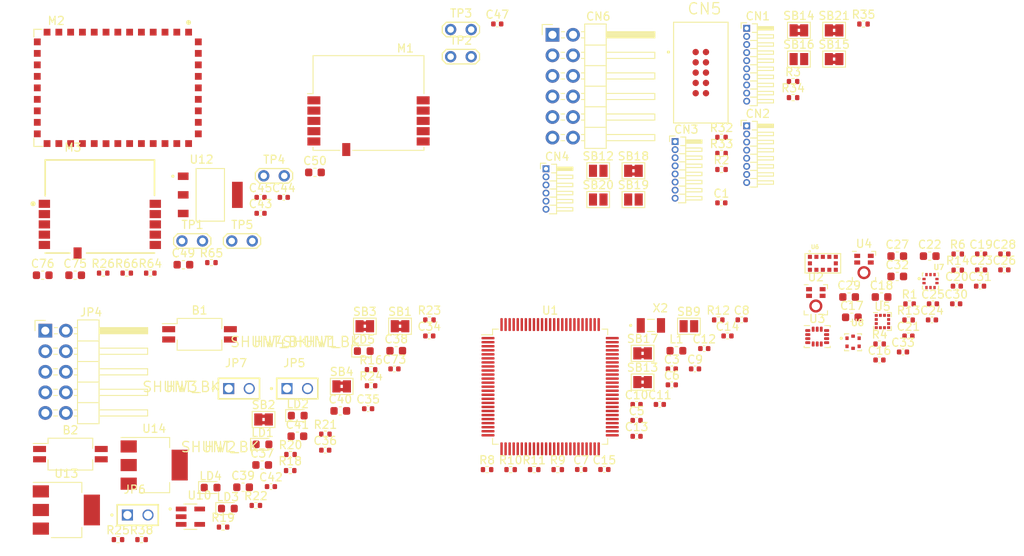
<source format=kicad_pcb>
(kicad_pcb (version 20211014) (generator pcbnew)
  (layers (0 "F.Cu" signal) (31 "B.Cu" signal) (34 "B.Paste" user) (35 "F.Paste" user) (36 "B.SilkS" user "B.Silkscreen") (37 "F.SilkS" user "F.Silkscreen") (38 "B.Mask" user) (39 "F.Mask" user) (44 "Edge.Cuts" user))
  (net 0 "")
  (net 1 "+3.3V")
  (net 2 "GND")
  (net 3 "VL53L0X_XSHUT")
  (net 4 "VL53L0X_GPIO1_EXTI7")
  (net 6 "INTERNAL-I2C2_SDA")
  (net 7 "INTERNAL-I2C2_SCL")
  (net 8 "Net-(M2-Pad6)")
  (net 9 "Net-(M2-Pad8)")
  (net 10 "Net-(M2-Pad7)")
  (net 11 "Net-(M2-Pad5)")
  (net 12 "Net-(M2-Pad4)")
  (net 13 "+3V3")
  (net 14 "Net-(R16-Pad1)")
  (net 15 "Net-(R18-Pad2)")
  (net 16 "+5V")
  (net 17 "Net-(CN5-Pad2)")
  (net 18 "Net-(CN5-Pad4)")
  (net 19 "Net-(CN5-Pad6)")
  (net 23 "Net-(CN5-Pad10)")
  (net 24 "Net-(R6-Pad1)")
  (net 25 "Net-(R1-Pad2)")
  (net 26 "Net-(R4-Pad2)")
  (net 27 "SPSGRF-915-GPIO3_EXTI5")
  (net 31 "INTERNAL-SPI3_SCK")
  (net 32 "INTERNAL-SPI3_MISO")
  (net 33 "INTERNAL-SPI3_MOSI")
  (net 34 "SPBTLE-RF-SPI3-CSN")
  (net 35 "SPSGRF-915-SDN")
  (net 36 "Net-(M2-Pad29)")
  (net 37 "SYS_JTCK-SWCLK")
  (net 38 "ARD.D15-I2C1_SCL")
  (net 39 "NTERNAL-I2C2_SDA")
  (net 40 "Net-(LD1-Pad2)")
  (net 41 "Net-(B1-Pad1)")
  (net 42 "Net-(C36-Pad1)")
  (net 43 "Net-(R12-Pad1)")
  (net 44 "Net-(C14-Pad1)")
  (net 45 "Net-(LD4-Pad2)")
  (net 46 "LED3(WIFI) & LED4(BLE)")
  (net 47 "Net-(LD3-Pad2)")
  (net 48 "LED2")
  (net 49 "Net-(B2-Pad1)")
  (net 50 "Net-(C34-Pad1)")
  (net 51 "Net-(LD2-Pad2)")
  (net 52 "Net-(R16-Pad2)")
  (net 53 "Net-(LD5-Pad2)")
  (net 54 "Net-(CN2-Pad1)")
  (net 55 "SYS_JTDO-SWO")
  (net 56 "STM_NRST")
  (net 57 "DFSDM1_CKOUT")
  (net 58 "DFSDM1_DATIN2")
  (net 59 "Net-(CN1-Pad8)")
  (net 60 "ARD.D14-I2C1_SDA")
  (net 61 "Net-(M2-Pad28)")
  (net 65 "SPBTLE-RF-IRQ_EXTI6")
  (net 66 "SPBTLE-RF-RST")
  (net 70 "VDD")
  (net 71 "BUTTON_EXTI13")
  (net 72 "Net-(C15-Pad1)")
  (net 73 "Net-(R5-Pad1)")
  (net 74 "Net-(R7-Pad1)")
  (net 75 "ARD.A5-ADC")
  (net 76 "ARD.A4-ADC")
  (net 77 "ARD.A3-ADC")
  (net 78 "ARD.A2-ADC")
  (net 79 "Net-(C5-Pad1)")
  (net 80 "ARD.D1-UART4_TX")
  (net 81 "ARD.D0-UART4_RX")
  (net 82 "ARD.D10-SPI_SSN{slash}PWM")
  (net 83 "ARD.D4")
  (net 84 "ARD.D7")
  (net 85 "ARD.D13-SPI1_SCK{slash}LED1")
  (net 86 "ARD.D12-SPI1_MISO")
  (net 87 "ARD.D11-SPI1_MOSI{slash}PWM")
  (net 88 "ARD.A1-ADC")
  (net 89 "ARD.A0-ADC")
  (net 90 "ARD.D3-PWM{slash}INT1_EXTI0")
  (net 91 "ARD.D6-PWM")
  (net 92 "ARD.D8")
  (net 93 "ISM43362-RST")
  (net 99 "ISM43362-BOOT0")
  (net 100 "ISM43362-WAKEUP")
  (net 101 "INTERNAL-UART3_TX")
  (net 102 "INTERNAL-UART3_RX")
  (net 103 "LPS22HB_INT_DRDY_EXTI10")
  (net 107 "ARD.D2-INT0_EXTI14")
  (net 108 "HTS221_DRDY_EXTI15")
  (net 109 "LSM3MDL_DRDY_EXTI8")
  (net 115 "ARD.D9-PWM")
  (net 116 "PMOD-RESET")
  (net 117 "PMOD-SPI2_SCK")
  (net 118 "PMOD-IRQ_EXTI2")
  (net 119 "PMOD-UART2_CTS{slash}SPI2_MISO")
  (net 120 "PMOD-UART2_RTS{slash}SPI2_MOSI")
  (net 121 "PMOD-UART2_TX{slash}SPI2_CSN")
  (net 122 "PMOD-UART2_RX")
  (net 124 "ARD.D5-PWM")
  (net 128 "Net-(SB13-Pad2)")
  (net 130 "ISM43362-DRDY_EXTI1")
  (net 136 "Net-(C23-Pad1)")
  (net 148 "Net-(CN6-Pad1)")
  (net 149 "Net-(CN6-Pad2)")
  (net 150 "Net-(CN6-Pad3)")
  (net 151 "Net-(CN6-Pad4)")
  (footprint "Capacitor_SMD:C_0603_1608Metric" (layer "F.Cu") (at 118.7 113.809)
    (fp_text reference "C37" (at 0 -1.43) (layer "F.SilkS"))
    (fp_text value "10pF")
    (pad "1" smd roundrect (at -0.775 0) (size 0.9 0.95) (layers "F.Cu" "F.Paste" "F.Mask") (net 41 "Net-(B1-Pad1)"))
    (pad "2" smd roundrect (at 0.775 0) (size 0.9 0.95) (layers "F.Cu" "F.Paste" "F.Mask") (net 2 "GND"))
  )
  (footprint "Capacitor_SMD:C_0402_1005Metric" (layer "F.Cu") (at 121.37 80.749)
    (fp_text reference "C44" (at 0 -1.16) (layer "F.SilkS"))
    (fp_text value "100nF")
    (pad "1" smd roundrect (at -0.48 0) (size 0.56 0.62) (layers "F.Cu" "F.Paste" "F.Mask") (net 13 "+3V3"))
    (pad "2" smd roundrect (at 0.48 0) (size 0.56 0.62) (layers "F.Cu" "F.Paste" "F.Mask") (net 2 "GND"))
  )
  (footprint "Capacitor_SMD:C_0402_1005Metric" (layer "F.Cu") (at 164.95 110.269)
    (fp_text reference "C13" (at 0 -1.16) (layer "F.SilkS"))
    (fp_text value "100nF")
    (pad "1" smd roundrect (at -0.48 0) (size 0.56 0.62) (layers "F.Cu" "F.Paste" "F.Mask") (net 2 "GND"))
    (pad "2" smd roundrect (at 0.48 0) (size 0.56 0.62) (layers "F.Cu" "F.Paste" "F.Mask") (net 70 "VDD"))
  )
  (footprint "Resistor_SMD:R_0402_1005Metric" (layer "F.Cu") (at 112.43 88.809)
    (fp_text reference "R65" (at 0 -1.17) (layer "F.SilkS"))
    (fp_text value "Not Fitted (10k)")
    (pad "1" smd roundrect (at -0.51 0) (size 0.54 0.64) (layers "F.Cu" "F.Paste" "F.Mask") (net 36 "Net-(M2-Pad29)"))
    (pad "2" smd roundrect (at 0.51 0) (size 0.54 0.64) (layers "F.Cu" "F.Paste" "F.Mask") (net 13 "+3V3"))
  )
  (footprint "Capacitor_SMD:C_0603_1608Metric" (layer "F.Cu") (at 197.15 88.009)
    (fp_text reference "C27" (at 0 -1.43) (layer "F.SilkS"))
    (fp_text value "4.7uF")
    (pad "1" smd roundrect (at -0.775 0) (size 0.9 0.95) (layers "F.Cu" "F.Paste" "F.Mask") (net 1 "+3.3V"))
    (pad "2" smd roundrect (at 0.775 0) (size 0.9 0.95) (layers "F.Cu" "F.Paste" "F.Mask") (net 2 "GND"))
  )
  (footprint "LED_SMD:LED_0603_1608Metric" (layer "F.Cu") (at 114.46 119.189)
    (fp_text reference "LD3" (at 0 -1.43) (layer "F.SilkS"))
    (fp_text value "LED GREEN")
    (pad "1" smd roundrect (at -0.7875 0) (size 0.875 0.95) (layers "F.Cu" "F.Paste" "F.Mask") (net 2 "GND"))
    (pad "2" smd roundrect (at 0.7875 0) (size 0.875 0.95) (layers "F.Cu" "F.Paste" "F.Mask") (net 47 "Net-(LD3-Pad2)"))
  )
  (footprint "Capacitor_SMD:C_0402_1005Metric" (layer "F.Cu") (at 204.51 91.719)
    (fp_text reference "C20" (at 0 -1.16) (layer "F.SilkS"))
    (fp_text value "100nF")
    (pad "1" smd roundrect (at -0.48 0) (size 0.56 0.62) (layers "F.Cu" "F.Paste" "F.Mask") (net 13 "+3V3"))
    (pad "2" smd roundrect (at 0.48 0) (size 0.56 0.62) (layers "F.Cu" "F.Paste" "F.Mask") (net 2 "GND"))
  )
  (footprint "Capacitor_SMD:C_0402_1005Metric" (layer "F.Cu") (at 135.04 101.939)
    (fp_text reference "C73" (at 0 -1.16) (layer "F.SilkS"))
    (fp_text value "100nF")
    (pad "1" smd roundrect (at -0.48 0) (size 0.56 0.62) (layers "F.Cu" "F.Paste" "F.Mask") (net 1 "+3.3V"))
    (pad "2" smd roundrect (at 0.48 0) (size 0.56 0.62) (layers "F.Cu" "F.Paste" "F.Mask") (net 2 "GND"))
  )
  (footprint "LED_SMD:LED_0603_1608Metric" (layer "F.Cu") (at 131.25 99.739)
    (fp_text reference "LD5" (at 0 -1.43) (layer "F.SilkS"))
    (fp_text value "LED BLUE")
    (pad "1" smd roundrect (at -0.7875 0) (size 0.875 0.95) (layers "F.Cu" "F.Paste" "F.Mask") (net 2 "GND"))
    (pad "2" smd roundrect (at 0.7875 0) (size 0.875 0.95) (layers "F.Cu" "F.Paste" "F.Mask") (net 53 "Net-(LD5-Pad2)"))
  )
  (footprint "TestPoint:TestPoint_2Pads_Pitch2.54mm_Drill0.8mm" (layer "F.Cu") (at 141.98 63.369)
    (fp_text reference "TP2" (at 1.3 -2) (layer "F.SilkS"))
    (fp_text value "TestPoint_Small")
    (pad "1" thru_hole circle (at 0 0) (size 1.4 1.4) (drill 0.8) (layers *.Cu *.Mask) (net 11 "Net-(M2-Pad5)"))
    (pad "2" thru_hole circle (at 2.54 0) (size 1.4 1.4) (drill 0.8) (layers *.Cu *.Mask))
  )
  (footprint "Resistor_SMD:R_0402_1005Metric" (layer "F.Cu") (at 184.28 66.439)
    (fp_text reference "R3" (at 0 -1.17) (layer "F.SilkS"))
    (fp_text value "1k")
    (pad "1" smd roundrect (at -0.51 0) (size 0.54 0.64) (layers "F.Cu" "F.Paste" "F.Mask") (net 54 "Net-(CN2-Pad1)"))
    (pad "2" smd roundrect (at 0.51 0) (size 0.54 0.64) (layers "F.Cu" "F.Paste" "F.Mask") (net 16 "+5V"))
  )
  (footprint "Package_TO_SOT_SMD:SOT-223-3_TabPin2" (layer "F.Cu") (at 105.36 113.819)
    (fp_text reference "U14" (at 0 -4.5) (layer "F.SilkS"))
    (fp_text value "LD1117S33TR")
    (pad "1" smd rect (at -3.15 -2.3) (size 2 1.5) (layers "F.Cu" "F.Paste" "F.Mask") (net 2 "GND"))
    (pad "2" smd rect (at -3.15 0) (size 2 1.5) (layers "F.Cu" "F.Paste" "F.Mask") (net 16 "+5V"))
    (pad "2" smd rect (at 3.15 0) (size 2 3.8) (layers "F.Cu" "F.Paste" "F.Mask") (net 16 "+5V"))
    (pad "3" smd rect (at -3.15 2.3) (size 2 1.5) (layers "F.Cu" "F.Paste" "F.Mask") (net 16 "+5V"))
  )
  (footprint "Capacitor_SMD:C_0402_1005Metric" (layer "F.Cu") (at 164.95 106.329)
    (fp_text reference "C10" (at 0 -1.16) (layer "F.SilkS"))
    (fp_text value "100nF")
    (pad "1" smd roundrect (at -0.48 0) (size 0.56 0.62) (layers "F.Cu" "F.Paste" "F.Mask") (net 2 "GND"))
    (pad "2" smd roundrect (at 0.48 0) (size 0.56 0.62) (layers "F.Cu" "F.Paste" "F.Mask") (net 70 "VDD"))
  )
  (footprint "Jumper:SolderJumper-2_P1.3mm_Bridged2Bar_Pad1.0x1.5mm" (layer "F.Cu") (at 185 60.119)
    (fp_text reference "SB14" (at 0 -1.8) (layer "F.SilkS"))
    (fp_text value "Close")
    (fp_poly (pts (xy -0.25 0.2) (xy 0.25 0.2) (xy 0.25 0.6) (xy -0.25 0.6)) (layer "F.Cu") (width 0) (fill solid))
    (fp_poly (pts (xy -0.25 -0.6) (xy 0.25 -0.6) (xy 0.25 -0.2) (xy -0.25 -0.2)) (layer "F.Cu") (width 0) (fill solid))
    (pad "1" smd rect (at -0.65 0) (size 1 1.5) (layers "F.Cu" "F.Mask"))
    (pad "2" smd rect (at 0.65 0) (size 1 1.5) (layers "F.Cu" "F.Mask"))
  )
  (footprint "Capacitor_SMD:C_0603_1608Metric" (layer "F.Cu") (at 191.2 93.059)
    (fp_text reference "C29" (at 0 -1.43) (layer "F.SilkS"))
    (fp_text value "2.2uF")
    (pad "1" smd roundrect (at -0.775 0) (size 0.9 0.95) (layers "F.Cu" "F.Paste" "F.Mask") (net 1 "+3.3V"))
    (pad "2" smd roundrect (at 0.775 0) (size 0.9 0.95) (layers "F.Cu" "F.Paste" "F.Mask") (net 2 "GND"))
  )
  (footprint "Capacitor_SMD:C_0402_1005Metric" (layer "F.Cu") (at 169.3 103.909)
    (fp_text reference "C6" (at 0 -1.16) (layer "F.SilkS"))
    (fp_text value "100nF")
    (pad "1" smd roundrect (at -0.48 0) (size 0.56 0.62) (layers "F.Cu" "F.Paste" "F.Mask") (net 79 "Net-(C5-Pad1)"))
    (pad "2" smd roundrect (at 0.48 0) (size 0.56 0.62) (layers "F.Cu" "F.Paste" "F.Mask") (net 2 "GND"))
  )
  (footprint "Capacitor_SMD:C_0402_1005Metric" (layer "F.Cu") (at 118.5 80.749)
    (fp_text reference "C45" (at 0 -1.16) (layer "F.SilkS"))
    (fp_text value "100nF")
    (pad "1" smd roundrect (at -0.48 0) (size 0.56 0.62) (layers "F.Cu" "F.Paste" "F.Mask") (net 13 "+3V3"))
    (pad "2" smd roundrect (at 0.48 0) (size 0.56 0.62) (layers "F.Cu" "F.Paste" "F.Mask") (net 2 "GND"))
  )
  (footprint "TC2050-IDC-NL:TAG-CONNECT_TC2050-IDC-NL" (layer "F.Cu") (at 172.25 62.802)
    (fp_text reference "CN5" (at 1.08 -5.349) (layer "F.SilkS") (effects (font (size 1.4 1.4))))
    (fp_text value "TC2050-IDC-NL")
    (pad "" np_thru_hole circle (at -0.38 6.35) (size 0.991 0.991) (drill 0.991) (layers *.Cu *.Mask))
    (pad "" np_thru_hole circle (at 1.65 6.35) (size 0.991 0.991) (drill 0.991) (layers *.Cu *.Mask))
    (pad "" np_thru_hole circle (at 0.635 -1.27) (size 0.991 0.991) (drill 0.991) (layers *.Cu *.Mask))
    (pad "1" smd circle (at 0 0 270) (size 0.787 0.787) (layers "F.Cu" "F.Mask") (net 16 "+5V"))
    (pad "2" smd circle (at 0 1.27 270) (size 0.787 0.787) (layers "F.Cu" "F.Mask") (net 17 "Net-(CN5-Pad2)"))
    (pad "3" smd circle (at 0 2.54 270) (size 0.787 0.787) (layers "F.Cu" "F.Mask") (net 2 "GND"))
    (pad "4" smd circle (at 0 3.81 270) (size 0.787 0.787) (layers "F.Cu" "F.Mask") (net 18 "Net-(CN5-Pad4)"))
    (pad "5" smd circle (at 0 5.08 270) (size 0.787 0.787) (layers "F.Cu" "F.Mask") (net 2 "GND"))
    (pad "6" smd circle (at 1.27 5.08 90) (size 0.787 0.787) (layers "F.Cu" "F.Mask") (net 19 "Net-(CN5-Pad6)"))
    (pad "7" smd circle (at 1.27 3.81 90) (size 0.787 0.787) (layers "F.Cu" "F.Mask"))
    (pad "8" smd circle (at 1.27 2.54 90) (size 0.787 0.787) (layers "F.Cu" "F.Mask"))
    (pad "9" smd circle (at 1.27 1.27 90) (size 0.787 0.787) (layers "F.Cu" "F.Mask"))
    (pad "10" smd circle (at 1.27 0 90) (size 0.787 0.787) (layers "F.Cu" "F.Mask") (net 23 "Net-(CN5-Pad10)"))
  )
  (footprint "Connector_PinHeader_1.00mm:PinHeader_1x10_P1.00mm_Horizontal" (layer "F.Cu") (at 178.55 59.869)
    (fp_text reference "CN1" (at 1.375 -1.5) (layer "F.SilkS"))
    (fp_text value "Header 10X1_Female_SMD")
    (pad "1" thru_hole rect (at 0 0) (size 0.85 0.85) (drill 0.5) (layers *.Cu *.Mask) (net 92 "ARD.D8"))
    (pad "2" thru_hole oval (at 0 1) (size 0.85 0.85) (drill 0.5) (layers *.Cu *.Mask) (net 115 "ARD.D9-PWM"))
    (pad "3" thru_hole oval (at 0 2) (size 0.85 0.85) (drill 0.5) (layers *.Cu *.Mask) (net 82 "ARD.D10-SPI_SSN{slash}PWM"))
    (pad "4" thru_hole oval (at 0 3) (size 0.85 0.85) (drill 0.5) (layers *.Cu *.Mask) (net 87 "ARD.D11-SPI1_MOSI{slash}PWM"))
    (pad "5" thru_hole oval (at 0 4) (size 0.85 0.85) (drill 0.5) (layers *.Cu *.Mask) (net 86 "ARD.D12-SPI1_MISO"))
    (pad "6" thru_hole oval (at 0 5) (size 0.85 0.85) (drill 0.5) (layers *.Cu *.Mask) (net 85 "ARD.D13-SPI1_SCK{slash}LED1"))
    (pad "7" thru_hole oval (at 0 6) (size 0.85 0.85) (drill 0.5) (layers *.Cu *.Mask) (net 2 "GND"))
    (pad "8" thru_hole oval (at 0 7) (size 0.85 0.85) (drill 0.5) (layers *.Cu *.Mask) (net 59 "Net-(CN1-Pad8)"))
    (pad "9" thru_hole oval (at 0 8) (size 0.85 0.85) (drill 0.5) (layers *.Cu *.Mask) (net 60 "ARD.D14-I2C1_SDA"))
    (pad "10" thru_hole oval (at 0 9) (size 0.85 0.85) (drill 0.5) (layers *.Cu *.Mask) (net 38 "ARD.D15-I2C1_SCL"))
  )
  (footprint "Jumper:SolderJumper-2_P1.3mm_Bridged2Bar_Pad1.0x1.5mm" (layer "F.Cu") (at 189.35 60.119)
    (fp_text reference "SB21" (at 0 -1.8) (layer "F.SilkS"))
    (fp_text value "Close")
    (fp_poly (pts (xy -0.25 0.2) (xy 0.25 0.2) (xy 0.25 0.6) (xy -0.25 0.6)) (layer "F.Cu") (width 0) (fill solid))
    (fp_poly (pts (xy -0.25 -0.6) (xy 0.25 -0.6) (xy 0.25 -0.2) (xy -0.25 -0.2)) (layer "F.Cu") (width 0) (fill solid))
    (pad "1" smd rect (at -0.65 0) (size 1 1.5) (layers "F.Cu" "F.Mask"))
    (pad "2" smd rect (at 0.65 0) (size 1 1.5) (layers "F.Cu" "F.Mask"))
  )
  (footprint "Capacitor_SMD:C_0603_1608Metric" (layer "F.Cu") (at 91.59 90.369)
    (fp_text reference "C76" (at 0 -1.43) (layer "F.SilkS"))
    (fp_text value "2.2uF")
    (pad "1" smd roundrect (at -0.775 0) (size 0.9 0.95) (layers "F.Cu" "F.Paste" "F.Mask") (net 13 "+3V3"))
    (pad "2" smd roundrect (at 0.775 0) (size 0.9 0.95) (layers "F.Cu" "F.Paste" "F.Mask") (net 2 "GND"))
  )
  (footprint "ISM43362-M3G-L44:INVENTEK_ISM43362-M3G-L44-E_C2.5.0.3_SPI" (layer "F.Cu") (at 105.5 67.224)
    (fp_text reference "M2" (at -12.2461 -8.28605) (layer "F.SilkS") (effects (font (size 1.002551 1.002551))))
    (fp_text value "ISM43362-M3G-L44")
    (pad "1" smd rect (at 4.11 -6.88) (size 0.84 0.84) (layers "F.Cu" "F.Paste" "F.Mask") (net 2 "GND"))
    (pad "2" smd rect (at 2.653 -6.88) (size 0.84 0.84) (layers "F.Cu" "F.Paste" "F.Mask") (net 13 "+3V3"))
    (pad "3" smd rect (at 1.196 -6.88) (size 0.84 0.84) (layers "F.Cu" "F.Paste" "F.Mask") (net 2 "GND"))
    (pad "4" smd rect (at -0.261 -6.88) (size 0.84 0.84) (layers "F.Cu" "F.Paste" "F.Mask") (net 12 "Net-(M2-Pad4)"))
    (pad "5" smd rect (at -1.718 -6.88) (size 0.84 0.84) (layers "F.Cu" "F.Paste" "F.Mask") (net 11 "Net-(M2-Pad5)"))
    (pad "6" smd rect (at -3.175 -6.88) (size 0.84 0.84) (layers "F.Cu" "F.Paste" "F.Mask") (net 8 "Net-(M2-Pad6)"))
    (pad "7" smd rect (at -4.632 -6.88) (size 0.84 0.84) (layers "F.Cu" "F.Paste" "F.Mask") (net 10 "Net-(M2-Pad7)"))
    (pad "8" smd rect (at -6.089 -6.88) (size 0.84 0.84) (layers "F.Cu" "F.Paste" "F.Mask") (net 9 "Net-(M2-Pad8)"))
    (pad "9" smd rect (at -7.546 -6.88) (size 0.84 0.84) (layers "F.Cu" "F.Paste" "F.Mask") (net 33 "INTERNAL-SPI3_MOSI"))
    (pad "10" smd rect (at -9.003 -6.88) (size 0.84 0.84) (layers "F.Cu" "F.Paste" "F.Mask") (net 32 "INTERNAL-SPI3_MISO"))
    (pad "11" smd rect (at -10.46 -6.88) (size 0.84 0.84) (layers "F.Cu" "F.Paste" "F.Mask") (net 31 "INTERNAL-SPI3_SCK"))
    (pad "12" smd rect (at -11.917 -6.88) (size 0.84 0.84) (layers "F.Cu" "F.Paste" "F.Mask") (net 34 "SPBTLE-RF-SPI3-CSN"))
    (pad "13" smd rect (at -13.374 -6.88) (size 0.84 0.84) (layers "F.Cu" "F.Paste" "F.Mask") (net 130 "ISM43362-DRDY_EXTI1"))
    (pad "14" smd rect (at -14.58 -5.68) (size 0.84 0.84) (layers "F.Cu" "F.Paste" "F.Mask") (net 13 "+3V3"))
    (pad "15" smd rect (at -14.58 -4.26) (size 0.84 0.84) (layers "F.Cu" "F.Paste" "F.Mask") (net 13 "+3V3"))
    (pad "16" smd rect (at -14.58 -2.84) (size 0.84 0.84) (layers "F.Cu" "F.Paste" "F.Mask") (net 100 "ISM43362-WAKEUP"))
    (pad "17" smd rect (at -14.58 -1.42) (size 0.84 0.84) (layers "F.Cu" "F.Paste" "F.Mask") (net 2 "GND"))
    (pad "18" smd rect (at -14.58 0) (size 0.84 0.84) (layers "F.Cu" "F.Paste" "F.Mask"))
    (pad "19" smd rect (at -14.58 1.42) (size 0.84 0.84) (layers "F.Cu" "F.Paste" "F.Mask"))
    (pad "20" smd rect (at -14.58 2.84) (size 0.84 0.84) (layers "F.Cu" "F.Paste" "F.Mask") (net 2 "GND"))
    (pad "21" smd rect (at -14.58 4.26) (size 0.84 0.84) (layers "F.Cu" "F.Paste" "F.Mask") (net 101 "INTERNAL-UART3_TX"))
    (pad "22" smd rect (at -14.58 5.68) (size 0.84 0.84) (layers "F.Cu" "F.Paste" "F.Mask") (net 102 "INTERNAL-UART3_RX"))
    (pad "23" smd rect (at -13.374 6.88) (size 0.84 0.84) (layers "F.Cu" "F.Paste" "F.Mask"))
    (pad "24" smd rect (at -11.917 6.88) (size 0.84 0.84) (layers "F.Cu" "F.Paste" "F.Mask"))
    (pad "25" smd rect (at -10.46 6.88) (size 0.84 0.84) (layers "F.Cu" "F.Paste" "F.Mask"))
    (pad "26" smd rect (at -9.003 6.88) (size 0.84 0.84) (layers "F.Cu" "F.Paste" "F.Mask"))
    (pad "27" smd rect (at -7.546 6.88) (size 0.84 0.84) (layers "F.Cu" "F.Paste" "F.Mask"))
    (pad "28" smd rect (at -6.089 6.89) (size 0.84 0.84) (layers "F.Cu" "F.Paste" "F.Mask") (net 61 "Net-(M2-Pad28)"))
    (pad "29" smd rect (at -4.632 6.88) (size 0.84 0.84) (layers "F.Cu" "F.Paste" "F.Mask") (net 36 "Net-(M2-Pad29)"))
    (pad "30" smd rect (at -3.175 6.88) (size 0.84 0.84) (layers "F.Cu" "F.Paste" "F.Mask"))
    (pad "31" smd rect (at -1.718 6.88) (size 0.84 0.84) (layers "F.Cu" "F.Paste" "F.Mask"))
    (pad "32" smd rect (at -0.261 6.88) (size 0.84 0.84) (layers "F.Cu" "F.Paste" "F.Mask"))
    (pad "33" smd rect (at 1.196 6.88) (size 0.84 0.84) (layers "F.Cu" "F.Paste" "F.Mask") (net 99 "ISM43362-BOOT0"))
    (pad "34" smd rect (at 2.653 6.88) (size 0.84 0.84) (layers "F.Cu" "F.Paste" "F.Mask") (net 93 "ISM43362-RST"))
    (pad "35" smd rect (at 4.11 6.88) (size 0.84 0.84) (layers "F.Cu" "F.Paste" "F.Mask") (net 2 "GND"))
    (pad "36" smd rect (at 5.31 5.68) (size 0.84 0.84) (layers "F.Cu" "F.Paste" "F.Mask"))
    (pad "37" smd rect (at 5.31 4.26) (size 0.84 0.84) (layers "F.Cu" "F.Paste" "F.Mask"))
    (pad "38" smd rect (at 5.31 2.84) (size 0.84 0.84) (layers "F.Cu" "F.Paste" "F.Mask"))
    (pad "39" smd rect (at 5.31 1.42) (size 0.84 0.84) (layers "F.Cu" "F.Paste" "F.Mask"))
    (pad "40" smd rect (at 5.31 0) (size 0.84 0.84) (layers "F.Cu" "F.Paste" "F.Mask"))
    (pad "41" smd rect (at 5.31 -1.42) (size 0.84 0.84) (layers "F.Cu" "F.Paste" "F.Mask"))
    (pad "42" smd rect (at 5.31 -2.84) (size 0.84 0.84) (layers "F.Cu" "F.Paste" "F.Mask"))
    (pad "43" smd rect (at 5.31 -4.26) (size 0.84 0.84) (layers "F.Cu" "F.Paste" "F.Mask"))
    (pad "44" smd rect (at 5.31 -5.68) (size 0.84 0.84) (layers "F.Cu" "F.Paste" "F.Mask"))
  )
  (footprint "Capacitor_SMD:C_0603_1608Metric" (layer "F.Cu") (at 135.26 99.699)
    (fp_text reference "C38" (at 0 -1.43) (layer "F.SilkS"))
    (fp_text value "10uF")
    (pad "1" smd roundrect (at -0.775 0) (size 0.9 0.95) (layers "F.Cu" "F.Paste" "F.Mask") (net 16 "+5V"))
    (pad "2" smd roundrect (at 0.775 0) (size 0.9 0.95) (layers "F.Cu" "F.Paste" "F.Mask") (net 2 "GND"))
  )
  (footprint "Connector_PinHeader_2.54mm:PinHeader_2x06_P2.54mm_Horizontal" (layer "F.Cu") (at 154.56 60.669)
    (fp_text reference "CN6" (at 5.655 -2.27) (layer "F.SilkS"))
    (fp_text value "HEADER_2X6_PMOD")
    (pad "1" thru_hole rect (at 0 0) (size 1.7 1.7) (drill 1) (layers *.Cu *.Mask) (net 148 "Net-(CN6-Pad1)"))
    (pad "2" thru_hole oval (at 2.54 0) (size 1.7 1.7) (drill 1) (layers *.Cu *.Mask) (net 149 "Net-(CN6-Pad2)"))
    (pad "3" thru_hole oval (at 0 2.54) (size 1.7 1.7) (drill 1) (layers *.Cu *.Mask) (net 150 "Net-(CN6-Pad3)"))
    (pad "4" thru_hole oval (at 2.54 2.54) (size 1.7 1.7) (drill 1) (layers *.Cu *.Mask) (net 151 "Net-(CN6-Pad4)"))
    (pad "5" thru_hole oval (at 0 5.08) (size 1.7 1.7) (drill 1) (layers *.Cu *.Mask) (net 2 "GND"))
    (pad "6" thru_hole oval (at 2.54 5.08) (size 1.7 1.7) (drill 1) (layers *.Cu *.Mask) (net 13 "+3V3"))
    (pad "7" thru_hole oval (at 0 7.62) (size 1.7 1.7) (drill 1) (layers *.Cu *.Mask) (net 118 "PMOD-IRQ_EXTI2"))
    (pad "8" thru_hole oval (at 2.54 7.62) (size 1.7 1.7) (drill 1) (layers *.Cu *.Mask) (net 116 "PMOD-RESET"))
    (pad "9" thru_hole oval (at 0 10.16) (size 1.7 1.7) (drill 1) (layers *.Cu *.Mask))
    (pad "10" thru_hole oval (at 2.54 10.16) (size 1.7 1.7) (drill 1) (layers *.Cu *.Mask))
    (pad "11" thru_hole oval (at 0 12.7) (size 1.7 1.7) (drill 1) (layers *.Cu *.Mask) (net 2 "GND"))
    (pad "12" thru_hole oval (at 2.54 12.7) (size 1.7 1.7) (drill 1) (layers *.Cu *.Mask) (net 13 "+3V3"))
  )
  (footprint "Inductor_SMD:L_0603_1608Metric" (layer "F.Cu") (at 169.87 99.699)
    (fp_text reference "L1" (at 0 -1.43) (layer "F.SilkS"))
    (fp_text value "FCM1608KF-601T03")
    (pad "1" smd roundrect (at -0.7875 0) (size 0.875 0.95) (layers "F.Cu" "F.Paste" "F.Mask") (net 70 "VDD"))
    (pad "2" smd roundrect (at 0.7875 0) (size 0.875 0.95) (layers "F.Cu" "F.Paste" "F.Mask") (net 79 "Net-(C5-Pad1)"))
  )
  (footprint "Package_QFP:LQFP-100_14x14mm_P0.5mm" (layer "F.Cu") (at 154.27 104.139)
    (fp_text reference "U1" (at 0 -9.42) (layer "F.SilkS"))
    (fp_text value "STM32L475VGTx")
    (pad "1" smd roundrect (at -7.675 -6) (size 1.6 0.3) (layers "F.Cu" "F.Paste" "F.Mask"))
    (pad "2" smd roundrect (at -7.675 -5.5) (size 1.6 0.3) (layers "F.Cu" "F.Paste" "F.Mask"))
    (pad "3" smd roundrect (at -7.675 -5) (size 1.6 0.3) (layers "F.Cu" "F.Paste" "F.Mask"))
    (pad "4" smd roundrect (at -7.675 -4.5) (size 1.6 0.3) (layers "F.Cu" "F.Paste" "F.Mask") (net 27 "SPSGRF-915-GPIO3_EXTI5"))
    (pad "5" smd roundrect (at -7.675 -4) (size 1.6 0.3) (layers "F.Cu" "F.Paste" "F.Mask") (net 65 "SPBTLE-RF-IRQ_EXTI6"))
    (pad "6" smd roundrect (at -7.675 -3.5) (size 1.6 0.3) (layers "F.Cu" "F.Paste" "F.Mask") (net 70 "VDD"))
    (pad "7" smd roundrect (at -7.675 -3) (size 1.6 0.3) (layers "F.Cu" "F.Paste" "F.Mask") (net 71 "BUTTON_EXTI13"))
    (pad "8" smd roundrect (at -7.675 -2.5) (size 1.6 0.3) (layers "F.Cu" "F.Paste" "F.Mask") (net 43 "Net-(R12-Pad1)"))
    (pad "9" smd roundrect (at -7.675 -2) (size 1.6 0.3) (layers "F.Cu" "F.Paste" "F.Mask") (net 72 "Net-(C15-Pad1)"))
    (pad "10" smd roundrect (at -7.675 -1.5) (size 1.6 0.3) (layers "F.Cu" "F.Paste" "F.Mask") (net 2 "GND"))
    (pad "11" smd roundrect (at -7.675 -1) (size 1.6 0.3) (layers "F.Cu" "F.Paste" "F.Mask") (net 70 "VDD"))
    (pad "12" smd roundrect (at -7.675 -0.5) (size 1.6 0.3) (layers "F.Cu" "F.Paste" "F.Mask") (net 73 "Net-(R5-Pad1)"))
    (pad "13" smd roundrect (at -7.675 0) (size 1.6 0.3) (layers "F.Cu" "F.Paste" "F.Mask") (net 74 "Net-(R7-Pad1)"))
    (pad "14" smd roundrect (at -7.675 0.5) (size 1.6 0.3) (layers "F.Cu" "F.Paste" "F.Mask") (net 56 "STM_NRST"))
    (pad "15" smd roundrect (at -7.675 1) (size 1.6 0.3) (layers "F.Cu" "F.Paste" "F.Mask") (net 75 "ARD.A5-ADC"))
    (pad "16" smd roundrect (at -7.675 1.5) (size 1.6 0.3) (layers "F.Cu" "F.Paste" "F.Mask") (net 76 "ARD.A4-ADC"))
    (pad "17" smd roundrect (at -7.675 2) (size 1.6 0.3) (layers "F.Cu" "F.Paste" "F.Mask") (net 77 "ARD.A3-ADC"))
    (pad "18" smd roundrect (at -7.675 2.5) (size 1.6 0.3) (layers "F.Cu" "F.Paste" "F.Mask") (net 78 "ARD.A2-ADC"))
    (pad "19" smd roundrect (at -7.675 3) (size 1.6 0.3) (layers "F.Cu" "F.Paste" "F.Mask") (net 2 "GND"))
    (pad "20" smd roundrect (at -7.675 3.5) (size 1.6 0.3) (layers "F.Cu" "F.Paste" "F.Mask") (net 2 "GND"))
    (pad "21" smd roundrect (at -7.675 4) (size 1.6 0.3) (layers "F.Cu" "F.Paste" "F.Mask") (net 79 "Net-(C5-Pad1)"))
    (pad "22" smd roundrect (at -7.675 4.5) (size 1.6 0.3) (layers "F.Cu" "F.Paste" "F.Mask") (net 79 "Net-(C5-Pad1)"))
    (pad "23" smd roundrect (at -7.675 5) (size 1.6 0.3) (layers "F.Cu" "F.Paste" "F.Mask") (net 80 "ARD.D1-UART4_TX"))
    (pad "24" smd roundrect (at -7.675 5.5) (size 1.6 0.3) (layers "F.Cu" "F.Paste" "F.Mask") (net 81 "ARD.D0-UART4_RX"))
    (pad "25" smd roundrect (at -7.675 6) (size 1.6 0.3) (layers "F.Cu" "F.Paste" "F.Mask") (net 82 "ARD.D10-SPI_SSN{slash}PWM"))
    (pad "26" smd roundrect (at -6 7.675) (size 0.3 1.6) (layers "F.Cu" "F.Paste" "F.Mask") (net 83 "ARD.D4"))
    (pad "27" smd roundrect (at -5.5 7.675) (size 0.3 1.6) (layers "F.Cu" "F.Paste" "F.Mask") (net 2 "GND"))
    (pad "28" smd roundrect (at -5 7.675) (size 0.3 1.6) (layers "F.Cu" "F.Paste" "F.Mask") (net 70 "VDD"))
    (pad "29" smd roundrect (at -4.5 7.675) (size 0.3 1.6) (layers "F.Cu" "F.Paste" "F.Mask") (net 84 "ARD.D7"))
    (pad "30" smd roundrect (at -4 7.675) (size 0.3 1.6) (layers "F.Cu" "F.Paste" "F.Mask") (net 85 "ARD.D13-SPI1_SCK{slash}LED1"))
    (pad "31" smd roundrect (at -3.5 7.675) (size 0.3 1.6) (layers "F.Cu" "F.Paste" "F.Mask") (net 86 "ARD.D12-SPI1_MISO"))
    (pad "32" smd roundrect (at -3 7.675) (size 0.3 1.6) (layers "F.Cu" "F.Paste" "F.Mask") (net 87 "ARD.D11-SPI1_MOSI{slash}PWM"))
    (pad "33" smd roundrect (at -2.5 7.675) (size 0.3 1.6) (layers "F.Cu" "F.Paste" "F.Mask") (net 88 "ARD.A1-ADC"))
    (pad "34" smd roundrect (at -2 7.675) (size 0.3 1.6) (layers "F.Cu" "F.Paste" "F.Mask") (net 89 "ARD.A0-ADC"))
    (pad "35" smd roundrect (at -1.5 7.675) (size 0.3 1.6) (layers "F.Cu" "F.Paste" "F.Mask") (net 90 "ARD.D3-PWM{slash}INT1_EXTI0"))
    (pad "36" smd roundrect (at -1 7.675) (size 0.3 1.6) (layers "F.Cu" "F.Paste" "F.Mask") (net 91 "ARD.D6-PWM"))
    (pad "37" smd roundrect (at -0.5 7.675) (size 0.3 1.6) (layers "F.Cu" "F.Paste" "F.Mask") (net 92 "ARD.D8"))
    (pad "38" smd roundrect (at 0 7.675) (size 0.3 1.6) (layers "F.Cu" "F.Paste" "F.Mask") (net 58 "DFSDM1_DATIN2"))
    (pad "39" smd roundrect (at 0.5 7.675) (size 0.3 1.6) (layers "F.Cu" "F.Paste" "F.Mask") (net 93 "ISM43362-RST"))
    (pad "40" smd roundrect (at 1 7.675) (size 0.3 1.6) (layers "F.Cu" "F.Paste" "F.Mask") (net 57 "DFSDM1_CKOUT"))
    (pad "41" smd roundrect (at 1.5 7.675) (size 0.3 1.6) (layers "F.Cu" "F.Paste" "F.Mask") (net 57 "DFSDM1_CKOUT"))
    (pad "42" smd roundrect (at 2 7.675) (size 0.3 1.6) (layers "F.Cu" "F.Paste" "F.Mask"))
    (pad "43" smd roundrect (at 2.5 7.675) (size 0.3 1.6) (layers "F.Cu" "F.Paste" "F.Mask"))
    (pad "44" smd roundrect (at 3 7.675) (size 0.3 1.6) (layers "F.Cu" "F.Paste" "F.Mask"))
    (pad "45" smd roundrect (at 3.5 7.675) (size 0.3 1.6) (layers "F.Cu" "F.Paste" "F.Mask"))
    (pad "46" smd roundrect (at 4 7.675) (size 0.3 1.6) (layers "F.Cu" "F.Paste" "F.Mask"))
    (pad "47" smd roundrect (at 4.5 7.675) (size 0.3 1.6) (layers "F.Cu" "F.Paste" "F.Mask") (net 7 "INTERNAL-I2C2_SCL"))
    (pad "48" smd roundrect (at 5 7.675) (size 0.3 1.6) (layers "F.Cu" "F.Paste" "F.Mask") (net 39 "NTERNAL-I2C2_SDA"))
    (pad "49" smd roundrect (at 5.5 7.675) (size 0.3 1.6) (layers "F.Cu" "F.Paste" "F.Mask") (net 2 "GND"))
    (pad "50" smd roundrect (at 6 7.675) (size 0.3 1.6) (layers "F.Cu" "F.Paste" "F.Mask") (net 70 "VDD"))
    (pad "51" smd roundrect (at 7.675 6) (size 1.6 0.3) (layers "F.Cu" "F.Paste" "F.Mask") (net 99 "ISM43362-BOOT0"))
    (pad "52" smd roundrect (at 7.675 5.5) (size 1.6 0.3) (layers "F.Cu" "F.Paste" "F.Mask") (net 100 "ISM43362-WAKEUP"))
    (pad "53" smd roundrect (at 7.675 5) (size 1.6 0.3) (layers "F.Cu" "F.Paste" "F.Mask") (net 48 "LED2"))
    (pad "54" smd roundrect (at 7.675 4.5) (size 1.6 0.3) (layers "F.Cu" "F.Paste" "F.Mask") (net 35 "SPSGRF-915-SDN"))
    (pad "55" smd roundrect (at 7.675 4) (size 1.6 0.3) (layers "F.Cu" "F.Paste" "F.Mask") (net 101 "INTERNAL-UART3_TX"))
    (pad "56" smd roundrect (at 7.675 3.5) (size 1.6 0.3) (layers "F.Cu" "F.Paste" "F.Mask") (net 102 "INTERNAL-UART3_RX"))
    (pad "57" smd roundrect (at 7.675 3) (size 1.6 0.3) (layers "F.Cu" "F.Paste" "F.Mask") (net 103 "LPS22HB_INT_DRDY_EXTI10"))
    (pad "58" smd roundrect (at 7.675 2.5) (size 1.6 0.3) (layers "F.Cu" "F.Paste" "F.Mask"))
    (pad "59" smd roundrect (at 7.675 2) (size 1.6 0.3) (layers "F.Cu" "F.Paste" "F.Mask"))
    (pad "60" smd roundrect (at 7.675 1.5) (size 1.6 0.3) (layers "F.Cu" "F.Paste" "F.Mask"))
    (pad "61" smd roundrect (at 7.675 1) (size 1.6 0.3) (layers "F.Cu" "F.Paste" "F.Mask") (net 107 "ARD.D2-INT0_EXTI14"))
    (pad "62" smd roundrect (at 7.675 0.5) (size 1.6 0.3) (layers "F.Cu" "F.Paste" "F.Mask") (net 108 "HTS221_DRDY_EXTI15"))
    (pad "63" smd roundrect (at 7.675 0) (size 1.6 0.3) (layers "F.Cu" "F.Paste" "F.Mask") (net 3 "VL53L0X_XSHUT"))
    (pad "64" smd roundrect (at 7.675 -0.5) (size 1.6 0.3) (layers "F.Cu" "F.Paste" "F.Mask") (net 4 "VL53L0X_GPIO1_EXTI7"))
    (pad "65" smd roundrect (at 7.675 -1) (size 1.6 0.3) (layers "F.Cu" "F.Paste" "F.Mask") (net 109 "LSM3MDL_DRDY_EXTI8"))
    (pad "66" smd roundrect (at 7.675 -1.5) (size 1.6 0.3) (layers "F.Cu" "F.Paste" "F.Mask") (net 46 "LED3(WIFI) & LED4(BLE)"))
    (pad "67" smd roundrect (at 7.675 -2) (size 1.6 0.3) (layers "F.Cu" "F.Paste" "F.Mask") (net 66 "SPBTLE-RF-RST"))
    (pad "68" smd roundrect (at 7.675 -2.5) (size 1.6 0.3) (layers "F.Cu" "F.Paste" "F.Mask"))
    (pad "69" smd roundrect (at 7.675 -3) (size 1.6 0.3) (layers "F.Cu" "F.Paste" "F.Mask"))
    (pad "70" smd roundrect (at 7.675 -3.5) (size 1.6 0.3) (layers "F.Cu" "F.Paste" "F.Mask"))
    (pad "71" smd roundrect (at 7.675 -4) (size 1.6 0.3) (layers "F.Cu" "F.Paste" "F.Mask"))
    (pad "72" smd roundrect (at 7.675 -4.5) (size 1.6 0.3) (layers "F.Cu" "F.Paste" "F.Mask"))
    (pad "73" smd roundrect (at 7.675 -5) (size 1.6 0.3) (layers "F.Cu" "F.Paste" "F.Mask") (net 70 "VDD"))
    (pad "74" smd roundrect (at 7.675 -5.5) (size 1.6 0.3) (layers "F.Cu" "F.Paste" "F.Mask") (net 2 "GND"))
    (pad "75" smd roundrect (at 7.675 -6) (size 1.6 0.3) (layers "F.Cu" "F.Paste" "F.Mask") (net 70 "VDD"))
    (pad "76" smd roundrect (at 6 -7.675) (size 0.3 1.6) (layers "F.Cu" "F.Paste" "F.Mask") (net 37 "SYS_JTCK-SWCLK"))
    (pad "77" smd roundrect (at 5.5 -7.675) (size 0.3 1.6) (layers "F.Cu" "F.Paste" "F.Mask") (net 115 "ARD.D9-PWM"))
    (pad "78" smd roundrect (at 5 -7.675) (size 0.3 1.6) (layers "F.Cu" "F.Paste" "F.Mask") (net 31 "INTERNAL-SPI3_SCK"))
    (pad "79" smd roundrect (at 4.5 -7.675) (size 0.3 1.6) (layers "F.Cu" "F.Paste" "F.Mask") (net 32 "INTERNAL-SPI3_MISO"))
    (pad "80" smd roundrect (at 4 -7.675) (size 0.3 1.6) (layers "F.Cu" "F.Paste" "F.Mask") (net 33 "INTERNAL-SPI3_MOSI"))
    (pad "81" smd roundrect (at 3.5 -7.675) (size 0.3 1.6) (layers "F.Cu" "F.Paste" "F.Mask") (net 116 "PMOD-RESET"))
    (pad "82" smd roundrect (at 3 -7.675) (size 0.3 1.6) (layers "F.Cu" "F.Paste" "F.Mask") (net 117 "PMOD-SPI2_SCK"))
    (pad "83" smd roundrect (at 2.5 -7.675) (size 0.3 1.6) (layers "F.Cu" "F.Paste" "F.Mask") (net 118 "PMOD-IRQ_EXTI2"))
    (pad "84" smd roundrect (at 2 -7.675) (size 0.3 1.6) (layers "F.Cu" "F.Paste" "F.Mask") (net 119 "PMOD-UART2_CTS{slash}SPI2_MISO"))
    (pad "85" smd roundrect (at 1.5 -7.675) (size 0.3 1.6) (layers "F.Cu" "F.Paste" "F.Mask") (net 120 "PMOD-UART2_RTS{slash}SPI2_MOSI"))
    (pad "86" smd roundrect (at 1 -7.675) (size 0.3 1.6) (layers "F.Cu" "F.Paste" "F.Mask") (net 121 "PMOD-UART2_TX{slash}SPI2_CSN"))
    (pad "87" smd roundrect (at 0.5 -7.675) (size 0.3 1.6) (layers "F.Cu" "F.Paste" "F.Mask") (net 122 "PMOD-UART2_RX"))
    (pad "88" smd roundrect (at 0 -7.675) (size 0.3 1.6) (layers "F.Cu" "F.Paste" "F.Mask"))
    (pad "89" smd roundrect (at -0.5 -7.675) (size 0.3 1.6) (layers "F.Cu" "F.Paste" "F.Mask") (net 55 "SYS_JTDO-SWO"))
    (pad "90" smd roundrect (at -1 -7.675) (size 0.3 1.6) (layers "F.Cu" "F.Paste" "F.Mask") (net 124 "ARD.D5-PWM"))
    (pad "91" smd roundrect (at -1.5 -7.675) (size 0.3 1.6) (layers "F.Cu" "F.Paste" "F.Mask"))
    (pad "92" smd roundrect (at -2 -7.675) (size 0.3 1.6) (layers "F.Cu" "F.Paste" "F.Mask"))
    (pad "93" smd roundrect (at -2.5 -7.675) (size 0.3 1.6) (layers "F.Cu" "F.Paste" "F.Mask"))
    (pad "94" smd roundrect (at -3 -7.675) (size 0.3 1.6) (layers "F.Cu" "F.Paste" "F.Mask") (net 128 "Net-(SB13-Pad2)"))
    (pad "95" smd roundrect (at -3.5 -7.675) (size 0.3 1.6) (layers "F.Cu" "F.Paste" "F.Mask") (net 38 "ARD.D15-I2C1_SCL"))
    (pad "96" smd roundrect (at -4 -7.675) (size 0.3 1.6) (layers "F.Cu" "F.Paste" "F.Mask") (net 60 "ARD.D14-I2C1_SDA"))
    (pad "97" smd roundrect (at -4.5 -7.675) (size 0.3 1.6) (layers "F.Cu" "F.Paste" "F.Mask"))
    (pad "98" smd roundrect (at -5 -7.675) (size 0.3 1.6) (layers "F.Cu" "F.Paste" "F.Mask") (net 130 "ISM43362-DRDY_EXTI1"))
    (pad "99" smd roundrect (at -5.5 -7.675) (size 0.3 1.6) (layers "F.Cu" "F.Paste" "F.Mask") (net 2 "GND"))
    (pad "100" smd roundrect (at -6 -7.675) (size 0.3 1.6) (layers "F.Cu" "F.Paste" "F.Mask") (net 70 "VDD"))
  )
  (footprint "LPS22HB:LGA10R50P2X3_200X200X80" (layer "F.Cu") (at 201.255 91.089)
    (fp_text reference "U7" (at 1.033503 -1.708893) (layer "F.SilkS") (effects (font (size 0.640933 0.640933))))
    (fp_text value "LPS22HB")
    (pad "1" smd rect (at -0.8 -0.25) (size 0.4 0.3) (layers "F.Cu" "F.Paste" "F.Mask") (net 13 "+3V3"))
    (pad "2" smd rect (at -0.8 0.25) (size 0.4 0.3) (layers "F.Cu" "F.Paste" "F.Mask") (net 7 "INTERNAL-I2C2_SCL"))
    (pad "3" smd rect (at -0.5 0.8 90) (size 0.4 0.3) (layers "F.Cu" "F.Paste" "F.Mask") (net 2 "GND"))
    (pad "4" smd rect (at 0 0.8 90) (size 0.4 0.3) (layers "F.Cu" "F.Paste" "F.Mask") (net 6 "INTERNAL-I2C2_SDA"))
    (pad "5" smd rect (at 0.5 0.8 90) (size 0.4 0.3) (layers "F.Cu" "F.Paste" "F.Mask") (net 13 "+3V3"))
    (pad "6" smd rect (at 0.8 0.25 180) (size 0.4 0.3) (layers "F.Cu" "F.Paste" "F.Mask") (net 13 "+3V3"))
    (pad "7" smd rect (at 0.8 -0.25 180) (size 0.4 0.3) (layers "F.Cu" "F.Paste" "F.Mask") (net 103 "LPS22HB_INT_DRDY_EXTI10"))
    (pad "8" smd rect (at 0.5 -0.8 270) (size 0.4 0.3) (layers "F.Cu" "F.Paste" "F.Mask") (net 2 "GND"))
    (pad "9" smd rect (at 0 -0.8 270) (size 0.4 0.3) (layers "F.Cu" "F.Paste" "F.Mask") (net 2 "GND"))
    (pad "10" smd rect (at -0.5 -0.8 270) (size 0.4 0.3) (layers "F.Cu" "F.Paste" "F.Mask") (net 13 "+3V3"))
  )
  (footprint "Resistor_SMD:R_0402_1005Metric" (layer "F.Cu") (at 122.2 112.509)
    (fp_text reference "R20" (at 0 -1.17) (layer "F.SilkS"))
    (fp_text value "330R")
    (pad "1" smd roundrect (at -0.51 0) (size 0.54 0.64) (layers "F.Cu" "F.Paste" "F.Mask") (net 47 "Net-(LD3-Pad2)"))
    (pad "2" smd roundrect (at 0.51 0) (size 0.54 0.64) (layers "F.Cu" "F.Paste" "F.Mask") (net 48 "LED2"))
  )
  (footprint "Resistor_SMD:R_0402_1005Metric" (layer "F.Cu") (at 149.39 114.379)
    (fp_text reference "R10" (at 0 -1.17) (layer "F.SilkS"))
    (fp_text value "2k2")
    (pad "1" smd roundrect (at -0.51 0) (size 0.54 0.64) (layers "F.Cu" "F.Paste" "F.Mask") (net 13 "+3V3"))
    (pad "2" smd roundrect (at 0.51 0) (size 0.54 0.64) (layers "F.Cu" "F.Paste" "F.Mask") (net 7 "INTERNAL-I2C2_SCL"))
  )
  (footprint "Capacitor_SMD:C_0402_1005Metric" (layer "F.Cu") (at 176.18 97.869)
    (fp_text reference "C14" (at 0 -1.16) (layer "F.SilkS"))
    (fp_text value "5.1pF")
    (pad "1" smd roundrect (at -0.48 0) (size 0.56 0.62) (layers "F.Cu" "F.Paste" "F.Mask") (net 44 "Net-(C14-Pad1)"))
    (pad "2" smd roundrect (at 0.48 0) (size 0.56 0.62) (layers "F.Cu" "F.Paste" "F.Mask") (net 2 "GND"))
  )
  (footprint "Capacitor_SMD:C_0603_1608Metric" (layer "F.Cu") (at 95.6 90.369)
    (fp_text reference "C75" (at 0 -1.43) (layer "F.SilkS"))
    (fp_text value "2.2uF")
    (pad "1" smd roundrect (at -0.775 0) (size 0.9 0.95) (layers "F.Cu" "F.Paste" "F.Mask") (net 13 "+3V3"))
    (pad "2" smd roundrect (at 0.775 0) (size 0.9 0.95) (layers "F.Cu" "F.Paste" "F.Mask") (net 2 "GND"))
  )
  (footprint "Capacitor_SMD:C_0603_1608Metric" (layer "F.Cu") (at 125.22 77.669)
    (fp_text reference "C50" (at 0 -1.43) (layer "F.SilkS"))
    (fp_text value "10uF")
    (pad "1" smd roundrect (at -0.775 0) (size 0.9 0.95) (layers "F.Cu" "F.Paste" "F.Mask") (net 13 "+3V3"))
    (pad "2" smd roundrect (at 0.775 0) (size 0.9 0.95) (layers "F.Cu" "F.Paste" "F.Mask") (net 2 "GND"))
  )
  (footprint "Capacitor_SMD:C_0603_1608Metric" (layer "F.Cu") (at 197.15 90.519)
    (fp_text reference "C32" (at 0 -1.43) (layer "F.SilkS"))
    (fp_text value "4.7uF")
    (pad "1" smd roundrect (at -0.775 0) (size 0.9 0.95) (layers "F.Cu" "F.Paste" "F.Mask") (net 13 "+3V3"))
    (pad "2" smd roundrect (at 0.775 0) (size 0.9 0.95) (layers "F.Cu" "F.Paste" "F.Mask") (net 2 "GND"))
  )
  (footprint "Capacitor_SMD:C_0603_1608Metric" (layer "F.Cu") (at 191.54 95.569)
    (fp_text reference "C17" (at 0 -1.43) (layer "F.SilkS"))
    (fp_text value "10uf")
    (pad "1" smd roundrect (at -0.775 0) (size 0.9 0.95) (layers "F.Cu" "F.Paste" "F.Mask") (net 1 "+3.3V"))
    (pad "2" smd roundrect (at 0.775 0) (size 0.9 0.95) (layers "F.Cu" "F.Paste" "F.Mask") (net 2 "GND"))
  )
  (footprint "Resistor_SMD:R_0402_1005Metric" (layer "F.Cu") (at 204.62 87.749)
    (fp_text reference "R6" (at 0 -1.17) (layer "F.SilkS"))
    (fp_text value "10k")
    (pad "1" smd roundrect (at -0.51 0) (size 0.54 0.64) (layers "F.Cu" "F.Paste" "F.Mask") (net 24 "Net-(R6-Pad1)"))
    (pad "2" smd roundrect (at 0.51 0) (size 0.54 0.64) (layers "F.Cu" "F.Paste" "F.Mask") (net 1 "+3.3V"))
  )
  (footprint "Connector_PinHeader_2.54mm:PinHeader_2x05_P2.54mm_Horizontal" (layer "F.Cu") (at 91.91 97.219)
    (fp_text reference "JP4" (at 5.655 -2.27) (layer "F.SilkS"))
    (fp_text value "HEADER_2X5")
    (pad "1" thru_hole rect (at 0 0) (size 1.7 1.7) (drill 1) (layers *.Cu *.Mask) (net 16 "+5V"))
    (pad "2" thru_hole oval (at 2.54 0) (size 1.7 1.7) (drill 1) (layers *.Cu *.Mask) (net 16 "+5V"))
    (pad "3" thru_hole oval (at 0 2.54) (size 1.7 1.7) (drill 1) (layers *.Cu *.Mask) (net 16 "+5V"))
    (pad "4" thru_hole oval (at 2.54 2.54) (size 1.7 1.7) (drill 1) (layers *.Cu *.Mask) (net 16 "+5V"))
    (pad "5" thru_hole oval (at 0 5.08) (size 1.7 1.7) (drill 1) (layers *.Cu *.Mask) (net 16 "+5V"))
    (pad "6" thru_hole oval (at 2.54 5.08) (size 1.7 1.7) (drill 1) (layers *.Cu *.Mask) (net 16 "+5V"))
    (pad "7" thru_hole oval (at 0 7.62) (size 1.7 1.7) (drill 1) (layers *.Cu *.Mask))
    (pad "8" thru_hole oval (at 2.54 7.62) (size 1.7 1.7) (drill 1) (layers *.Cu *.Mask) (net 16 "+5V"))
    (pad "9" thru_hole oval (at 0 10.16) (size 1.7 1.7) (drill 1) (layers *.Cu *.Mask) (net 16 "+5V"))
    (pad "10" thru_hole oval (at 2.54 10.16) (size 1.7 1.7) (drill 1) (layers *.Cu *.Mask) (net 16 "+5V"))
  )
  (footprint "Jumper:SolderJumper-2_P1.3mm_Bridged2Bar_Pad1.0x1.5mm" (layer "F.Cu") (at 164.56 77.469)
    (fp_text reference "SB18" (at 0 -1.8) (layer "F.SilkS"))
    (fp_text value "Close")
    (fp_poly (pts (xy -0.25 0.2) (xy 0.25 0.2) (xy 0.25 0.6) (xy -0.25 0.6)) (layer "F.Cu") (width 0) (fill solid))
    (fp_poly (pts (xy -0.25 -0.6) (xy 0.25 -0.6) (xy 0.25 -0.2) (xy -0.25 -0.2)) (layer "F.Cu") (width 0) (fill solid))
    (pad "1" smd rect (at -0.65 0) (size 1 1.5) (layers "F.Cu" "F.Mask"))
    (pad "2" smd rect (at 0.65 0) (size 1 1.5) (layers "F.Cu" "F.Mask"))
  )
  (footprint "HTS221:XDCR_HTS221" (layer "F.Cu") (at 191.693 98.649)
    (fp_text reference "U8" (at 0.539495 -2.412645) (layer "F.SilkS") (effects (font (size 0.800969 0.800969))))
    (fp_text value "HTS221")
    (pad "1" smd roundrect (at -0.75 -0.5) (size 0.4 0.45) (layers "F.Cu" "F.Paste" "F.Mask") (roundrect_rratio 0.11) (net 1 "+3.3V"))
    (pad "2" smd roundrect (at -0.75 0.5) (size 0.4 0.45) (layers "F.Cu" "F.Paste" "F.Mask") (roundrect_rratio 0.11) (net 7 "INTERNAL-I2C2_SCL"))
    (pad "3" smd roundrect (at 0 0.75 90) (size 0.4 0.45) (layers "F.Cu" "F.Paste" "F.Mask") (roundrect_rratio 0.11) (net 108 "HTS221_DRDY_EXTI15"))
    (pad "4" smd roundrect (at 0.75 0.5) (size 0.4 0.45) (layers "F.Cu" "F.Paste" "F.Mask") (roundrect_rratio 0.11) (net 6 "INTERNAL-I2C2_SDA"))
    (pad "5" smd roundrect (at 0.75 -0.5) (size 0.4 0.45) (layers "F.Cu" "F.Paste" "F.Mask") (roundrect_rratio 0.11) (net 2 "GND"))
    (pad "6" smd roundrect (at 0 -0.75 90) (size 0.4 0.45) (layers "F.Cu" "F.Paste" "F.Mask") (roundrect_rratio 0.11) (net 1 "+3.3V"))
  )
  (footprint "Capacitor_SMD:C_0402_1005Metric" (layer "F.Cu") (at 139.34 97.869)
    (fp_text reference "C34" (at 0 -1.16) (layer "F.SilkS"))
    (fp_text value "100nF")
    (pad "1" smd roundrect (at -0.48 0) (size 0.56 0.62) (layers "F.Cu" "F.Paste" "F.Mask") (net 50 "Net-(C34-Pad1)"))
    (pad "2" smd roundrect (at 0.48 0) (size 0.56 0.62) (layers "F.Cu" "F.Paste" "F.Mask") (net 2 "GND"))
  )
  (footprint "Jumper:SolderJumper-2_P1.3mm_Bridged2Bar_Pad1.0x1.5mm" (layer "F.Cu") (at 131.38 96.669)
    (fp_text reference "SB3" (at 0 -1.8) (layer "F.SilkS"))
    (fp_text value "Close")
    (fp_poly (pts (xy -0.25 -0.6) (xy 0.25 -0.6) (xy 0.25 -0.2) (xy -0.25 -0.2)) (layer "F.Cu") (width 0) (fill solid))
    (fp_poly (pts (xy -0.25 0.2) (xy 0.25 0.2) (xy 0.25 0.6) (xy -0.25 0.6)) (layer "F.Cu") (width 0) (fill solid))
    (pad "1" smd rect (at -0.65 0) (size 1 1.5) (layers "F.Cu" "F.Mask"))
    (pad "2" smd rect (at 0.65 0) (size 1 1.5) (layers "F.Cu" "F.Mask"))
  )
  (footprint "Jumper:SolderJumper-2_P1.3mm_Bridged2Bar_Pad1.0x1.5mm" (layer "F.Cu") (at 128.52 104.099)
    (fp_text reference "SB4" (at 0 -1.8) (layer "F.SilkS"))
    (fp_text value "Close")
    (fp_poly (pts (xy -0.25 -0.6) (xy 0.25 -0.6) (xy 0.25 -0.2) (xy -0.25 -0.2)) (layer "F.Cu") (width 0) (fill solid))
    (fp_poly (pts (xy -0.25 0.2) (xy 0.25 0.2) (xy 0.25 0.6) (xy -0.25 0.6)) (layer "F.Cu") (width 0) (fill solid))
    (pad "1" smd rect (at -0.65 0) (size 1 1.5) (layers "F.Cu" "F.Mask"))
    (pad "2" smd rect (at 0.65 0) (size 1 1.5) (layers "F.Cu" "F.Mask"))
  )
  (footprint "Resistor_SMD:R_0402_1005Metric" (layer "F.Cu") (at 175.44 75.319)
    (fp_text reference "R33" (at 0 -1.17) (layer "F.SilkS"))
    (fp_text value "22R")
    (pad "1" smd roundrect (at -0.51 0) (size 0.54 0.64) (layers "F.Cu" "F.Paste" "F.Mask") (net 17 "Net-(CN5-Pad2)"))
    (pad "2" smd roundrect (at 0.51 0) (size 0.54 0.64) (layers "F.Cu" "F.Paste" "F.Mask") (net 56 "STM_NRST"))
  )
  (footprint "Resistor_SMD:R_0402_1005Metric" (layer "F.Cu") (at 155.21 114.379)
    (fp_text reference "R9" (at 0 -1.17) (layer "F.SilkS"))
    (fp_text value "2k2")
    (pad "1" smd roundrect (at -0.51 0) (size 0.54 0.64) (layers "F.Cu" "F.Paste" "F.Mask") (net 13 "+3V3"))
    (pad "2" smd roundrect (at 0.51 0) (size 0.54 0.64) (layers "F.Cu" "F.Paste" "F.Mask") (net 38 "ARD.D15-I2C1_SCL"))
  )
  (footprint "LED_SMD:LED_0603_1608Metric" (layer "F.Cu") (at 118.74 111.259)
    (fp_text reference "LD1" (at 0 -1.43) (layer "F.SilkS"))
    (fp_text value "LED GREEN")
    (pad "1" smd roundrect (at -0.7875 0) (size 0.875 0.95) (layers "F.Cu" "F.Paste" "F.Mask") (net 2 "GND"))
    (pad "2" smd roundrect (at 0.7875 0) (size 0.875 0.95) (layers "F.Cu" "F.Paste" "F.Mask") (net 40 "Net-(LD1-Pad2)"))
  )
  (footprint "SNT-100-BK-G:Samtec-SNT-100-BK-G-MFG" (layer "F.Cu") (at 126 98.609)
    (fp_text reference "HW1" (at 0 0) (layer "F.SilkS") (effects (font (size 1.27 1.27))))
    (fp_text value "SHUNT_BK" (at 0 0) (layer "F.SilkS") (effects (font (size 1.27 1.27))))
  )
  (footprint "Capacitor_SMD:C_0603_1608Metric" (layer "F.Cu") (at 201.16 88.009)
    (fp_text reference "C22" (at 0 -1.43) (layer "F.SilkS"))
    (fp_text value "10uf")
    (pad "1" smd roundrect (at -0.775 0) (size 0.9 0.95) (layers "F.Cu" "F.Paste" "F.Mask") (net 1 "+3.3V"))
    (pad "2" smd roundrect (at 0.775 0) (size 0.9 0.95) (layers "F.Cu" "F.Paste" "F.Mask") (net 2 "GND"))
  )
  (footprint "Resistor_SMD:R_0402_1005Metric" (layer "F.Cu") (at 132.15 104.019)
    (fp_text reference "R24" (at 0 -1.17) (layer "F.SilkS"))
    (fp_text value "1K")
    (pad "1" smd roundrect (at -0.51 0) (size 0.54 0.64) (layers "F.Cu" "F.Paste" "F.Mask") (net 41 "Net-(B1-Pad1)"))
    (pad "2" smd roundrect (at 0.51 0) (size 0.54 0.64) (layers "F.Cu" "F.Paste" "F.Mask") (net 42 "Net-(C36-Pad1)"))
  )
  (footprint "Capacitor_SMD:C_0402_1005Metric" (layer "F.Cu") (at 210.38 87.739)
    (fp_text reference "C28" (at 0 -1.16) (layer "F.SilkS"))
    (fp_text value "100nF")
    (pad "1" smd roundrect (at -0.48 0) (size 0.56 0.62) (layers "F.Cu" "F.Paste" "F.Mask") (net 1 "+3.3V"))
    (pad "2" smd roundrect (at 0.48 0) (size 0.56 0.62) (layers "F.Cu" "F.Paste" "F.Mask") (net 2 "GND"))
  )
  (footprint "TestPoint:TestPoint_2Pads_Pitch2.54mm_Drill0.8mm" (layer "F.Cu") (at 108.79 86.139)
    (fp_text reference "TP1" (at 1.3 -2) (layer "F.SilkS"))
    (fp_text value "TestPoint_Small")
    (pad "1" thru_hole circle (at 0 0) (size 1.4 1.4) (drill 0.8) (layers *.Cu *.Mask) (net 12 "Net-(M2-Pad4)"))
    (pad "2" thru_hole circle (at 2.54 0) (size 1.4 1.4) (drill 0.8) (layers *.Cu *.Mask))
  )
  (footprint "Resistor_SMD:R_0402_1005Metric" (layer "F.Cu") (at 99.06 90.109)
    (fp_text reference "R26" (at 0 -1.17) (layer "F.SilkS"))
    (fp_text value "47K")
    (pad "1" smd roundrect (at -0.51 0) (size 0.54 0.64) (layers "F.Cu" "F.Paste" "F.Mask") (net 34 "SPBTLE-RF-SPI3-CSN"))
    (pad "2" smd roundrect (at 0.51 0) (size 0.54 0.64) (layers "F.Cu" "F.Paste" "F.Mask") (net 13 "+3V3"))
  )
  (footprint "TSV631AILT:SOT95P280X145-5N" (layer "F.Cu") (at 109.835 120.194)
    (fp_text reference "U10" (at 1.12 -2.635) (layer "F.SilkS"))
    (fp_text value "TSV631AILT")
    (pad "1" smd roundrect (at -1.145 -0.95) (size 1.32 0.59) (layers "F.Cu" "F.Paste" "F.Mask") (roundrect_rratio 0.07) (net 14 "Net-(R16-Pad1)"))
    (pad "2" smd roundrect (at -1.145 0) (size 1.32 0.59) (layers "F.Cu" "F.Paste" "F.Mask") (roundrect_rratio 0.07) (net 2 "GND"))
    (pad "3" smd roundrect (at -1.145 0.95) (size 1.32 0.59) (layers "F.Cu" "F.Paste" "F.Mask") (roundrect_rratio 0.07) (net 15 "Net-(R18-Pad2)"))
    (pad "4" smd roundrect (at 1.145 0.95) (size 1.32 0.59) (layers "F.Cu" "F.Paste" "F.Mask") (roundrect_rratio 0.07) (net 15 "Net-(R18-Pad2)"))
    (pad "5" smd roundrect (at 1.145 -0.95) (size 1.32 0.59) (layers "F.Cu" "F.Paste" "F.Mask") (roundrect_rratio 0.07) (net 1 "+3.3V"))
  )
  (footprint "Capacitor_SMD:C_0402_1005Metric" (layer "F.Cu") (at 198.53 97.879)
    (fp_text reference "C21" (at 0 -1.16) (layer "F.SilkS"))
    (fp_text value "100nF")
    (pad "1" smd roundrect (at -0.48 0) (size 0.56 0.62) (layers "F.Cu" "F.Paste" "F.Mask") (net 1 "+3.3V"))
    (pad "2" smd roundrect (at 0.48 0) (size 0.56 0.62) (layers "F.Cu" "F.Paste" "F.Mask") (net 2 "GND"))
  )
  (footprint "Capacitor_SMD:C_0402_1005Metric" (layer "F.Cu") (at 119.78 116.479)
    (fp_text reference "C42" (at 0 -1.16) (layer "F.SilkS"))
    (fp_text value "100nF")
    (pad "1" smd roundrect (at -0.48 0) (size 0.56 0.62) (layers "F.Cu" "F.Paste" "F.Mask") (net 13 "+3V3"))
    (pad "2" smd roundrect (at 0.48 0) (size 0.56 0.62) (layers "F.Cu" "F.Paste" "F.Mask") (net 2 "GND"))
  )
  (footprint "Capacitor_SMD:C_0402_1005Metric" (layer "F.Cu") (at 207.38 91.719)
    (fp_text reference "C31" (at 0 -1.16) (layer "F.SilkS"))
    (fp_text value "100nF")
    (pad "1" smd roundrect (at -0.48 0) (size 0.56 0.62) (layers "F.Cu" "F.Paste" "F.Mask") (net 13 "+3V3"))
    (pad "2" smd roundrect (at 0.48 0) (size 0.56 0.62) (layers "F.Cu" "F.Paste" "F.Mask") (net 2 "GND"))
  )
  (footprint "Connector_PinHeader_1.00mm:PinHeader_1x08_P1.00mm_Horizontal" (layer "F.Cu") (at 169.71 73.859)
    (fp_text reference "CN3" (at 1.375 -1.5) (layer "F.SilkS"))
    (fp_text value "Header 8X1_Female_SMD")
    (pad "1" thru_hole rect (at 0 0) (size 0.85 0.85) (drill 0.5) (layers *.Cu *.Mask) (net 81 "ARD.D0-UART4_RX"))
    (pad "2" thru_hole oval (at 0 1) (size 0.85 0.85) (drill 0.5) (layers *.Cu *.Mask) (net 80 "ARD.D1-UART4_TX"))
    (pad "3" thru_hole oval (at 0 2) (size 0.85 0.85) (drill 0.5) (layers *.Cu *.Mask) (net 107 "ARD.D2-INT0_EXTI14"))
    (pad "4" thru_hole oval (at 0 3) (size 0.85 0.85) (drill 0.5) (layers *.Cu *.Mask) (net 90 "ARD.D3-PWM{slash}INT1_EXTI0"))
    (pad "5" thru_hole oval (at 0 4) (size 0.85 0.85) (drill 0.5) (layers *.Cu *.Mask) (net 83 "ARD.D4"))
    (pad "6" thru_hole oval (at 0 5) (size 0.85 0.85) (drill 0.5) (layers *.Cu *.Mask) (net 124 "ARD.D5-PWM"))
    (pad "7" thru_hole oval (at 0 6) (size 0.85 0.85) (drill 0.5) (layers *.Cu *.Mask) (net 91 "ARD.D6-PWM"))
    (pad "8" thru_hole oval (at 0 7) (size 0.85 0.85) (drill 0.5) (layers *.Cu *.Mask) (net 84 "ARD.D7"))
  )
  (footprint "Resistor_SMD:R_0402_1005Metric" (layer "F.Cu") (at 122.16 114.499)
    (fp_text reference "R18" (at 0 -1.17) (layer "F.SilkS"))
    (fp_text value "1K")
    (pad "1" smd roundrect (at -0.51 0) (size 0.54 0.64) (layers "F.Cu" "F.Paste" "F.Mask") (net 51 "Net-(LD2-Pad2)"))
    (pad "2" smd roundrect (at 0.51 0) (size 0.54 0.64) (layers "F.Cu" "F.Paste" "F.Mask") (net 15 "Net-(R18-Pad2)"))
  )
  (footprint "Resistor_SMD:R_0402_1005Metric" (layer "F.Cu") (at 175.44 73.329)
    (fp_text reference "R32" (at 0 -1.17) (layer "F.SilkS"))
    (fp_text value "22R")
    (pad "1" smd roundrect (at -0.51 0) (size 0.54 0.64) (layers "F.Cu" "F.Paste" "F.Mask") (net 18 "Net-(CN5-Pad4)"))
    (pad "2" smd roundrect (at 0.51 0) (size 0.54 0.64) (layers "F.Cu" "F.Paste" "F.Mask") (net 37 "SYS_JTCK-SWCLK"))
  )
  (footprint "Capacitor_SMD:C_0402_1005Metric" (layer "F.Cu") (at 197.86 99.849)
    (fp_text reference "C33" (at 0 -1.16) (layer "F.SilkS"))
    (fp_text value "100nF")
    (pad "1" smd roundrect (at -0.48 0) (size 0.56 0.62) (layers "F.Cu" "F.Paste" "F.Mask") (net 13 "+3V3"))
    (pad "2" smd roundrect (at 0.48 0) (size 0.56 0.62) (layers "F.Cu" "F.Paste" "F.Mask") (net 2 "GND"))
  )
  (footprint "Resistor_SMD:R_0402_1005Metric" (layer "F.Cu") (at 194.97 98.859)
    (fp_text reference "R4" (at 0 -1.17) (layer "F.SilkS"))
    (fp_text value "0R")
    (pad "1" smd roundrect (at -0.51 0) (size 0.54 0.64) (layers "F.Cu" "F.Paste" "F.Mask") (net 58 "DFSDM1_DATIN2"))
    (pad "2" smd roundrect (at 0.51 0) (size 0.54 0.64) (layers "F.Cu" "F.Paste" "F.Mask") (net 26 "Net-(R4-Pad2)"))
  )
  (footprint "Resistor_SMD:R_0402_1005Metric" (layer "F.Cu") (at 100.89 123.029)
    (fp_text reference "R25" (at 0 -1.17) (layer "F.SilkS"))
    (fp_text value "330R")
    (pad "1" smd roundrect (at -0.51 0) (size 0.54 0.64) (layers "F.Cu" "F.Paste" "F.Mask") (net 40 "Net-(LD1-Pad2)"))
    (pad "2" smd roundrect (at 0.51 0) (size 0.54 0.64) (layers "F.Cu" "F.Paste" "F.Mask") (net 16 "+5V"))
  )
  (footprint "Package_LGA:LGA-12_2x2mm_P0.5mm" (layer "F.Cu") (at 195.32 96.089)
    (fp_text reference "U5" (at 0 -1.85) (layer "F.SilkS"))
    (fp_text value "LIS3MDL")
    (pad "1" smd rect (at -0.7625 -0.75) (size 0.375 0.35) (layers "F.Cu" "F.Paste" "F.Mask") (net 7 "INTERNAL-I2C2_SCL"))
    (pad "2" smd rect (at -0.7625 -0.25) (size 0.375 0.35) (layers "F.Cu" "F.Paste" "F.Mask") (net 2 "GND"))
    (pad "3" smd rect (at -0.7625 0.25) (size 0.375 0.35) (layers "F.Cu" "F.Paste" "F.Mask") (net 2 "GND"))
    (pad "4" smd rect (at -0.7625 0.75) (size 0.375 0.35) (layers "F.Cu" "F.Paste" "F.Mask") (net 136 "Net-(C23-Pad1)"))
    (pad "5" smd rect (at -0.25 0.7625 90) (size 0.375 0.35) (layers "F.Cu" "F.Paste" "F.Mask") (net 13 "+3V3"))
    (pad "6" smd rect (at 0.25 0.7625 90) (size 0.375 0.35) (layers "F.Cu" "F.Paste" "F.Mask") (net 13 "+3V3"))
    (pad "7" smd rect (at 0.7625 0.75) (size 0.375 0.35) (layers "F.Cu" "F.Paste" "F.Mask"))
    (pad "8" smd rect (at 0.7625 0.25) (size 0.375 0.35) (layers "F.Cu" "F.Paste" "F.Mask") (net 109 "LSM3MDL_DRDY_EXTI8"))
    (pad "9" smd rect (at 0.7625 -0.25) (size 0.375 0.35) (layers "F.Cu" "F.Paste" "F.Mask") (net 13 "+3V3"))
    (pad "10" smd rect (at 0.7625 -0.75) (size 0.375 0.35) (layers "F.Cu" "F.Paste" "F.Mask") (net 13 "+3V3"))
    (pad "11" smd rect (at 0.25 -0.7625 90) (size 0.375 0.35) (layers "F.Cu" "F.Paste" "F.Mask") (net 6 "INTERNAL-I2C2_SDA"))
    (pad "12" smd rect (at -0.25 -0.7625 90) (size 0.375 0.35) (layers "F.Cu" "F.Paste" "F.Mask") (net 2 "GND"))
  )
  (footprint "Resistor_SMD:R_0402_1005Metric" (layer "F.Cu") (at 117.92 118.809)
    (fp_text reference "R22" (at 0 -1.17) (layer "F.SilkS"))
    (fp_text value "680R")
    (pad "1" smd roundrect (at -0.51 0) (size 0.54 0.64) (layers "F.Cu" "F.Paste" "F.Mask") (net 53 "Net-(LD5-Pad2)"))
    (pad "2" smd roundrect (at 0.51 0) (size 0.54 0.64) (layers "F.Cu" "F.Paste" "F.Mask") (net 46 "LED3(WIFI) & LED4(BLE)"))
  )
  (footprint "Capacitor_SMD:C_0402_1005Metric" (layer "F.Cu") (at 147.74 59.329)
    (fp_text reference "C47" (at 0 -1.16) (layer "F.SilkS"))
    (fp_text value "2.2uF")
    (pad "1" smd roundrect (at -0.48 0) (size 0.56 0.62) (layers "F.Cu" "F.Paste" "F.Mask") (net 13 "+3V3"))
    (pad "2" smd roundrect (at 0.48 0) (size 0.56 0.62) (layers "F.Cu" "F.Paste" "F.Mask") (net 2 "GND"))
  )
  (footprint "Capacitor_SMD:C_0402_1005Metric" (layer "F.Cu") (at 118.5 82.719)
    (fp_text reference "C43" (at 0 -1.16) (layer "F.SilkS"))
    (fp_text value "100nF")
    (pad "1" smd roundrect (at -0.48 0) (size 0.56 0.62) (layers "F.Cu" "F.Paste" "F.Mask") (net 13 "+3V3"))
    (pad "2" smd roundrect (at 0.48 0) (size 0.56 0.62) (layers "F.Cu" "F.Paste" "F.Mask") (net 2 "GND"))
  )
  (footprint "SNT-100-BK-G:Samtec-SNT-100-BK-G-MFG" (layer "F.Cu") (at 108.74 104.159)
    (fp_text reference "HW3" (at 0 0) (layer "F.SilkS") (effects (font (size 1.27 1.27))))
    (fp_text value "SHUNT_BK" (at 0 0) (layer "F.SilkS") (effects (font (size 1.27 1.27))))
  )
  (footprint "Capacitor_SMD:C_0402_1005Metric" (layer "F.Cu") (at 167.82 106.329)
    (fp_text reference "C11" (at 0 -1.16) (layer "F.SilkS"))
    (fp_text value "100nF")
    (pad "1" smd roundrect (at -0.48 0) (size 0.56 0.62) (layers "F.Cu" "F.Paste" "F.Mask") (net 2 "GND"))
    (pad "2" smd roundrect (at 0.48 0) (size 0.56 0.62) (layers "F.Cu" "F.Paste" "F.Mask") (net 70 "VDD"))
  )
  (footprint "Capacitor_SMD:C_0402_1005Metric" (layer "F.Cu") (at 158.1 114.369)
    (fp_text reference "C7" (at 0 -1.16) (layer "F.SilkS"))
    (fp_text value "100nF")
    (pad "1" smd roundrect (at -0.48 0) (size 0.56 0.62) (layers "F.Cu" "F.Paste" "F.Mask") (net 70 "VDD"))
    (pad "2" smd roundrect (at 0.48 0) (size 0.56 0.62) (layers "F.Cu" "F.Paste" "F.Mask") (net 2 "GND"))
  )
  (footprint "Sensor_Audio:Knowles_LGA-5_3.5x2.65mm" (layer "F.Cu") (at 187.09 93.399)
    (fp_text reference "U2" (at 0 -2.8) (layer "F.SilkS"))
    (fp_text value "Mic")
    (pad "" np_thru_hole circle (at 0 0.77) (size 0.5 0.5) (drill 0.5) (layers *.Cu *.Mask))
    (pad "1" smd rect (at -0.8375 -1.304) (size 0.725 0.522) (layers "F.Cu" "F.Paste" "F.Mask") (net 1 "+3.3V"))
    (pad "2" smd rect (at -0.8375 -0.482) (size 0.725 0.522) (layers "F.Cu" "F.Paste" "F.Mask") (net 24 "Net-(R6-Pad1)"))
    (pad "3" smd custom (at 0 1.4325) (size 0.3 0.3) (layers "F.Cu" "F.Mask") (net 25 "Net-(R1-Pad2)") (options (clearance outline) (anchor circle)) (primitives (gr_circle (center 0 -0.6625) (end 0.6625 -0.6625) (width 0.3) (fill none))))
    (pad "4" smd rect (at 0.8375 -0.482) (size 0.725 0.522) (layers "F.Cu" "F.Paste" "F.Mask") (net 26 "Net-(R4-Pad2)"))
    (pad "5" smd rect (at 0.8375 -1.304) (size 0.725 0.522) (layers "F.Cu" "F.Paste" "F.Mask") (net 2 "GND"))
  )
  (footprint "Capacitor_SMD:C_0402_1005Metric" (layer "F.Cu") (at 164.95 108.299)
    (fp_text reference "C5" (at 0 -1.16) (layer "F.SilkS"))
    (fp_text value "100nF")
    (pad "1" smd roundrect (at -0.48 0) (size 0.56 0.62) (layers "F.Cu" "F.Paste" "F.Mask") (net 79 "Net-(C5-Pad1)"))
    (pad "2" smd roundrect (at 0.48 0) (size 0.56 0.62) (layers "F.Cu" "F.Paste" "F.Mask") (net 2 "GND"))
  )
  (footprint "Connector_PinHeader_1.00mm:PinHeader_1x08_P1.00mm_Horizontal" (layer "F.Cu") (at 178.55 71.919)
    (fp_text reference "CN2" (at 1.375 -1.5) (layer "F.SilkS"))
    (fp_text value "Header 8X1_Female_SMD")
    (pad "1" thru_hole rect (at 0 0) (size 0.85 0.85) (drill 0.5) (layers *.Cu *.Mask) (net 54 "Net-(CN2-Pad1)"))
    (pad "2" thru_hole oval (at 0 1) (size 0.85 0.85) (drill 0.5) (layers *.Cu *.Mask) (net 13 "+3V3"))
    (pad "3" thru_hole oval (at 0 2) (size 0.85 0.85) (drill 0.5) (layers *.Cu *.Mask) (net 56 "STM_NRST"))
    (pad "4" thru_hole oval (at 0 3) (size 0.85 0.85) (drill 0.5) (layers *.Cu *.Mask) (net 13 "+3V3"))
    (pad "5" thru_hole oval (at 0 4) (size 0.85 0.85) (drill 0.5) (layers *.Cu *.Mask) (net 16 "+5V"))
    (pad "6" thru_hole oval (at 0 5) (size 0.85 0.85) (drill 0.5) (layers *.Cu *.Mask) (net 2 "GND"))
    (pad "7" thru_hole oval (at 0 6) (size 0.85 0.85) (drill 0.5) (layers *.Cu *.Mask) (net 2 "GND"))
    (pad "8" thru_hole oval (at 0 7) (size 0.85 0.85) (drill 0.5) (layers *.Cu *.Mask) (net 16 "+5V"))
  )
  (footprint "Capacitor_SMD:C_0603_1608Metric" (layer "F.Cu") (at 128.35 107.129)
    (fp_text reference "C40" (at 0 -1.43) (layer "F.SilkS"))
    (fp_text value "10uF")
    (pad "1" smd roundrect (at -0.775 0) (size 0.9 0.95) (layers "F.Cu" "F.Paste" "F.Mask") (net 16 "+5V"))
    (pad "2" smd roundrect (at 0.775 0) (size 0.9 0.95) (layers "F.Cu" "F.Paste" "F.Mask") (net 2 "GND"))
  )
  (footprint "Resistor_SMD:R_0402_1005Metric" (layer "F.Cu") (at 192.98 59.339)
    (fp_text reference "R35" (at 0 -1.17) (layer "F.SilkS"))
    (fp_text value "22R")
    (pad "1" smd roundrect (at -0.51 0) (size 0.54 0.64) (layers "F.Cu" "F.Paste" "F.Mask") (net 19 "Net-(CN5-Pad6)"))
    (pad "2" smd roundrect (at 0.51 0) (size 0.54 0.64) (layers "F.Cu" "F.Paste" "F.Mask") (net 55 "SYS_JTDO-SWO"))
  )
  (footprint "TSW-102-07-G-S:SAMTEC_TSW-102-07-G-S" (layer "F.Cu") (at 103.325 119.989)
    (fp_text reference "JP6" (at -0.365 -3.155) (layer "F.SilkS"))
    (fp_text value "TSW-102-07-G-S")
    (pad "01" thru_hole rect (at -1.27 0) (size 1.37 1.37) (drill 1.02) (layers *.Cu *.Mask) (net 2 "GND"))
    (pad "02" thru_hole circle (at 1.27 0) (size 1.37 1.37) (drill 1.02) (layers *.Cu *.Mask) (net 2 "GND"))
  )
  (footprint "Capacitor_SMD:C_0402_1005Metric" (layer "F.Cu") (at 204.43 93.899)
    (fp_text reference "C30" (at 0 -1.16) (layer "F.SilkS"))
    (fp_text value "100nF")
    (pad "1" smd roundrect (at -0.48 0) (size 0.56 0.62) (layers "F.Cu" "F.Paste" "F.Mask") (net 1 "+3.3V"))
    (pad "2" smd roundrect (at 0.48 0) (size 0.56 0.62) (layers "F.Cu" "F.Paste" "F.Mask") (net 2 "GND"))
  )
  (footprint "Connector_PinHeader_1.00mm:PinHeader_1x06_P1.00mm_Horizontal" (layer "F.Cu") (at 153.76 77.219)
    (fp_text reference "CN4" (at 1.375 -1.5) (layer "F.SilkS"))
    (fp_text value "Header 6X1_Female_SMD")
    (pad "1" thru_hole rect (at 0 0) (size 0.85 0.85) (drill 0.5) (layers *.Cu *.Mask) (net 89 "ARD.A0-ADC"))
    (pad "2" thru_hole oval (at 0 1) (size 0.85 0.85) (drill 0.5) (layers *.Cu *.Mask) (net 88 "ARD.A1-ADC"))
    (pad "3" thru_hole oval (at 0 2) (size 0.85 0.85) (drill 0.5) (layers *.Cu *.Mask) (net 78 "ARD.A2-ADC"))
    (pad "4" thru_hole oval (at 0 3) (size 0.85 0.85) (drill 0.5) (layers *.Cu *.Mask) (net 77 "ARD.A3-ADC"))
    (pad "5" thru_hole oval (at 0 4) (size 0.85 0.85) (drill 0.5) (layers *.Cu *.Mask) (net 76 "ARD.A4-ADC"))
    (pad "6" thru_hole oval (at 0 5) (size 0.85 0.85) (drill 0.5) (layers *.Cu *.Mask) (net 75 "ARD.A5-ADC"))
  )
  (footprint "TestPoint:TestPoint_2Pads_Pitch2.54mm_Drill0.8mm" (layer "F.Cu") (at 141.98 60.019)
    (fp_text reference "TP3" (at 1.3 -2) (layer "F.SilkS"))
    (fp_text value "TestPoint_Small")
    (pad "1" thru_hole circle (at 0 0) (size 1.4 1.4) (drill 0.8) (layers *.Cu *.Mask) (net 8 "Net-(M2-Pad6)"))
    (pad "2" thru_hole circle (at 2.54 0) (size 1.4 1.4) (drill 0.8) (layers *.Cu *.Mask))
  )
  (footprint "Capacitor_SMD:C_0402_1005Metric" (layer "F.Cu") (at 210.38 89.709)
    (fp_text reference "C26" (at 0 -1.16) (layer "F.SilkS"))
    (fp_text value "100nF")
    (pad "1" smd roundrect (at -0.48 0) (size 0.56 0.62) (layers "F.Cu" "F.Paste" "F.Mask") (net 13 "+3V3"))
    (pad "2" smd roundrect (at 0.48 0) (size 0.56 0.62) (layers "F.Cu" "F.Paste" "F.Mask") (net 2 "GND"))
  )
  (footprint "Capacitor_SMD:C_0603_1608Metric" (layer "F.Cu") (at 108.97 89.069)
    (fp_text reference "C49" (at 0 -1.43) (layer "F.SilkS"))
    (fp_text value "10uF")
    (pad "1" smd roundrect (at -0.775 0) (size 0.9 0.95) (layers "F.Cu" "F.Paste" "F.Mask") (net 16 "+5V"))
    (pad "2" smd roundrect (at 0.775 0) (size 0.9 0.95) (layers "F.Cu" "F.Paste" "F.Mask") (net 2 "GND"))
  )
  (footprint "Jumper:SolderJumper-2_P1.3mm_Open_Pad1.0x1.5mm" (layer "F.Cu") (at 160.21 81.019)
    (fp_text reference "SB20" (at 0 -1.8) (layer "F.SilkS"))
    (fp_text value "Open")
    (pad "1" smd rect (at -0.65 0) (size 1 1.5) (layers "F.Cu" "F.Mask"))
    (pad "2" smd rect (at 0.65 0) (size 1 1.5) (layers "F.Cu" "F.Mask"))
  )
  (footprint "Resistor_SMD:R_0402_1005Metric" (layer "F.Cu") (at 126.51 109.999)
    (fp_text reference "R21" (at 0 -1.17) (layer "F.SilkS"))
    (fp_text value "1K")
    (pad "1" smd roundrect (at -0.51 0) (size 0.54 0.64) (layers "F.Cu" "F.Paste" "F.Mask") (net 45 "Net-(LD4-Pad2)"))
    (pad "2" smd roundrect (at 0.51 0) (size 0.54 0.64) (layers "F.Cu" "F.Paste" "F.Mask") (net 46 "LED3(WIFI) & LED4(BLE)"))
  )
  (footprint "Package_LGA:LGA-14_3x2.5mm_P0.5mm_LayoutBorder3x4y" (layer "F.Cu") (at 187.26 97.949)
    (fp_text reference "U3" (at 0 -2.2) (layer "F.SilkS"))
    (fp_text value "LSM6DSL")
    (pad "1" smd roundrect (at -1.1625 -0.75) (size 0.625 0.35) (layers "F.Cu" "F.Paste" "F.Mask") (net 2 "GND"))
    (pad "2" smd roundrect (at -1.1625 -0.25) (size 0.625 0.35) (layers "F.Cu" "F.Paste" "F.Mask"))
    (pad "3" smd roundrect (at -1.1625 0.25) (size 0.625 0.35) (layers "F.Cu" "F.Paste" "F.Mask"))
    (pad "4" smd roundrect (at -1.1625 0.75) (size 0.625 0.35) (layers "F.Cu" "F.Paste" "F.Mask") (net 6 "INTERNAL-I2C2_SDA"))
    (pad "5" smd roundrect (at -0.5 0.9125) (size 0.35 0.625) (layers "F.Cu" "F.Paste" "F.Mask") (net 13 "+3V3"))
    (pad "6" smd roundrect (at 0 0.9125) (size 0.35 0.625) (layers "F.Cu" "F.Paste" "F.Mask") (net 2 "GND"))
    (pad "7" smd roundrect (at 0.5 0.9125) (size 0.35 0.625) (layers "F.Cu" "F.Paste" "F.Mask") (net 2 "GND"))
    (pad "8" smd roundrect (at 1.1625 0.75) (size 0.625 0.35) (layers "F.Cu" "F.Paste" "F.Mask") (net 13 "+3V3"))
    (pad "9" smd roundrect (at 1.1625 0.25) (size 0.625 0.35) (layers "F.Cu" "F.Paste" "F.Mask"))
    (pad "10" smd roundrect (at 1.1625 -0.25) (size 0.625 0.35) (layers "F.Cu" "F.Paste" "F.Mask"))
    (pad "11" smd roundrect (at 1.1625 -0.75) (size 0.625 0.35) (layers "F.Cu" "F.Paste" "F.Mask"))
    (pad "12" smd roundrect (at 0.5 -0.9125) (size 0.35 0.625) (layers "F.Cu" "F.Paste" "F.Mask") (net 13 "+3V3"))
    (pad "13" smd roundrect (at 0 -0.9125) (size 0.35 0.625) (layers "F.Cu" "F.Paste" "F.Mask") (net 7 "INTERNAL-I2C2_SCL"))
    (pad "14" smd roundrect (at -0.5 -0.9125) (size 0.35 0.625) (layers "F.Cu" "F.Paste" "F.Mask") (net 6 "INTERNAL-I2C2_SDA"))
  )
  (footprint "Resistor_SMD:R_0402_1005Metric" (layer "F.Cu") (at 184.28 68.429)
    (fp_text reference "R34" (at 0 -1.17) (layer "F.SilkS"))
    (fp_text value "22R")
    (pad "1" smd roundrect (at -0.51 0) (size 0.54 0.64) (layers "F.Cu" "F.Paste" "F.Mask") (net 23 "Net-(CN5-Pad10)"))
    (pad "2" smd roundrect (at 0.51 0) (size 0.54 0.64) (layers "F.Cu" "F.Paste" "F.Mask") (net 56 "STM_NRST"))
  )
  (footprint "Capacitor_SMD:C_0402_1005Metric" (layer "F.Cu") (at 160.97 114.369)
    (fp_text reference "C15" (at 0 -1.16) (layer "F.SilkS"))
    (fp_text value "5.1pF")
    (pad "1" smd roundrect (at -0.48 0) (size 0.56 0.62) (layers "F.Cu" "F.Paste" "F.Mask") (net 72 "Net-(C15-Pad1)"))
    (pad "2" smd roundrect (at 0.48 0) (size 0.56 0.62) (layers "F.Cu" "F.Paste" "F.Mask") (net 2 "GND"))
  )
  (footprint "LED_SMD:LED_0603_1608Metric" (layer "F.Cu") (at 123.09 107.709)
    (fp_text reference "LD2" (at 0 -1.43) (layer "F.SilkS"))
    (fp_text value "LED GREEN")
    (pad "1" smd roundrect (at -0.7875 0) (size 0.875 0.95) (layers "F.Cu" "F.Paste" "F.Mask") (net 2 "GND"))
    (pad "2" smd roundrect (at 0.7875 0) (size 0.875 0.95) (layers "F.Cu" "F.Paste" "F.Mask") (net 51 "Net-(LD2-Pad2)"))
  )
  (footprint "Resistor_SMD:R_0402_1005Metric" (layer "F.Cu") (at 204.62 89.739)
    (fp_text reference "R14" (at 0 -1.17) (layer "F.SilkS"))
    (fp_text value "10K")
    (pad "1" smd roundrect (at -0.51 0) (size 0.54 0.64) (layers "F.Cu" "F.Paste" "F.Mask") (net 3 "VL53L0X_XSHUT"))
    (pad "2" smd roundrect (at 0.51 0) (size 0.54 0.64) (layers "F.Cu" "F.Paste" "F.Mask") (net 13 "+3V3"))
  )
  (footprint "Resistor_SMD:R_0402_1005Metric" (layer "F.Cu") (at 198.67 93.909)
    (fp_text reference "R1" (at 0 -1.17) (layer "F.SilkS"))
    (fp_text value "0R")
    (pad "1" smd roundrect (at -0.51 0) (size 0.54 0.64) (layers "F.Cu" "F.Paste" "F.Mask") (net 57 "DFSDM1_CKOUT"))
    (pad "2" smd roundrect (at 0.51 0) (size 0.54 0.64) (layers "F.Cu" "F.Paste" "F.Mask") (net 25 "Net-(R1-Pad2)"))
  )
  (footprint "TestPoint:TestPoint_2Pads_Pitch2.54mm_Drill0.8mm" (layer "F.Cu") (at 114.94 86.139)
    (fp_text reference "TP5" (at 1.3 -2) (layer "F.SilkS"))
    (fp_text value "TestPoint_Small")
    (pad "1" thru_hole circle (at 0 0) (size 1.4 1.4) (drill 0.8) (layers *.Cu *.Mask) (net 9 "Net-(M2-Pad8)"))
    (pad "2" thru_hole circle (at 2.54 0) (size 1.4 1.4) (drill 0.8) (layers *.Cu *.Mask))
  )
  (footprint "Capacitor_SMD:C_0402_1005Metric" (layer "F.Cu") (at 175.42 81.429)
    (fp_text reference "C1" (at 0 -1.16) (layer "F.SilkS"))
    (fp_text value "100nF")
    (pad "1" smd roundrect (at -0.48 0) (size 0.56 0.62) (layers "F.Cu" "F.Paste" "F.Mask") (net 16 "+5V"))
    (pad "2" smd roundrect (at 0.48 0) (size 0.56 0.62) (layers "F.Cu" "F.Paste" "F.Mask") (net 2 "GND"))
  )
  (footprint "RF_Module:ST_SPBTLE" (layer "F.Cu") (at 131.835 71.954)
    (fp_text reference "M1" (at 4.55 -9.61) (layer "F.SilkS"))
    (fp_text value "BT Module")
    (pad "1" smd rect (at -6.75 -3.19) (size 1.6 1) (layers "F.Cu" "F.Paste" "F.Mask"))
    (pad "2" smd rect (at -6.75 -1.92) (size 1.6 1) (layers "F.Cu" "F.Paste" "F.Mask"))
    (pad "3" smd rect (at -6.75 -0.65) (size 1.6 1) (layers "F.Cu" "F.Paste" "F.Mask"))
    (pad "4" smd rect (at -6.75 0.62) (size 1.6 1) (layers "F.Cu" "F.Paste" "F.Mask") (net 65 "SPBTLE-RF-IRQ_EXTI6"))
    (pad "5" smd rect (at -6.75 1.89) (size 1.6 1) (layers "F.Cu" "F.Paste" "F.Mask") (net 13 "+3V3"))
    (pad "6" smd rect (at -2.75 2.89 90) (size 1.6 1) (layers "F.Cu" "F.Paste" "F.Mask") (net 2 "GND"))
    (pad "7" smd rect (at 6.75 1.89) (size 1.6 1) (layers "F.Cu" "F.Paste" "F.Mask") (net 31 "INTERNAL-SPI3_SCK"))
    (pad "8" smd rect (at 6.75 0.62) (size 1.6 1) (layers "F.Cu" "F.Paste" "F.Mask") (net 32 "INTERNAL-SPI3_MISO"))
    (pad "9" smd rect (at 6.75 -0.65) (size 1.6 1) (layers "F.Cu" "F.Paste" "F.Mask") (net 33 "INTERNAL-SPI3_MOSI"))
    (pad "10" smd rect (at 6.75 -1.92) (size 1.6 1) (layers "F.Cu" "F.Paste" "F.Mask") (net 34 "SPBTLE-RF-SPI3-CSN"))
    (pad "11" smd rect (at 6.75 -3.19) (size 1.6 1) (layers "F.Cu" "F.Paste" "F.Mask") (net 66 "SPBTLE-RF-RST"))
  )
  (footprint "Capacitor_SMD:C_0402_1005Metric" (layer "F.Cu") (at 194.95 100.839)
    (fp_text reference "C16" (at 0 -1.16) (layer "F.SilkS"))
    (fp_text value "100nF")
    (pad "1" smd roundrect (at -0.48 0) (size 0.56 0.62) (layers "F.Cu" "F.Paste" "F.Mask") (net 1 "+3.3V"))
    (pad "2" smd roundrect (at 0.48 0) (size 0.56 0.62) (layers "F.Cu" "F.Paste" "F.Mask") (net 2 "GND"))
  )
  (footprint "Capacitor_SMD:C_0603_1608Metric" (layer "F.Cu") (at 195.21 93.059)
    (fp_text reference "C18" (at 0 -1.43) (layer "F.SilkS"))
    (fp_text value "4.7uF")
    (pad "1" smd roundrect (at -0.775 0) (size 0.9 0.95) (layers "F.Cu" "F.Paste" "F.Mask") (net 13 "+3V3"))
    (pad "2" smd roundrect (at 0.775 0) (size 0.9 0.95) (layers "F.Cu" "F.Paste" "F.Mask") (net 2 "GND"))
  )
  (footprint "TSW-102-07-G-S:SAMTEC_TSW-102-07-G-S" (layer "F.Cu") (at 115.835 104.369)
    (fp_text reference "JP7" (at -0.365 -3.155) (layer "F.SilkS"))
    (fp_text value "TSW-102-07-G-S")
    (pad "01" thru_hole rect (at -1.27 0) (size 1.37 1.37) (drill 1.02) (layers *.Cu *.Mask) (net 2 "GND"))
    (pad "02" thru_hole circle (at 1.27 0) (size 1.37 1.37) (drill 1.02) (layers *.Cu *.Mask) (net 2 "GND"))
  )
  (footprint "Jumper:SolderJumper-2_P1.3mm_Open_Pad1.0x1.5mm" (layer "F.Cu") (at 164.56 81.019)
    (fp_text reference "SB19" (at 0 -1.8) (layer "F.SilkS"))
    (fp_text value "Open")
    (pad "1" smd rect (at -0.65 0) (size 1 1.5) (layers "F.Cu" "F.Mask"))
    (pad "2" smd rect (at 0.65 0) (size 1 1.5) (layers "F.Cu" "F.Mask"))
  )
  (footprint "Capacitor_SMD:C_0402_1005Metric" (layer "F.Cu") (at 201.44 95.889)
    (fp_text reference "C24" (at 0 -1.16) (layer "F.SilkS"))
    (fp_text value "1uF")
    (pad "1" smd roundrect (at -0.48 0) (size 0.56 0.62) (layers "F.Cu" "F.Paste" "F.Mask") (net 13 "+3V3"))
    (pad "2" smd roundrect (at 0.48 0) (size 0.56 0.62) (layers "F.Cu" "F.Paste" "F.Mask") (net 2 "GND"))
  )
  (footprint "Jumper:SolderJumper-2_P1.3mm_Bridged2Bar_Pad1.0x1.5mm" (layer "F.Cu") (at 165.69 100.019)
    (fp_text reference "SB17" (at 0 -1.8) (layer "F.SilkS"))
    (fp_text value "Close")
    (fp_poly (pts (xy -0.25 0.2) (xy 0.25 0.2) (xy 0.25 0.6) (xy -0.25 0.6)) (layer "F.Cu") (width 0) (fill solid))
    (fp_poly (pts (xy -0.25 -0.6) (xy 0.25 -0.6) (xy 0.25 -0.2) (xy -0.25 -0.2)) (layer "F.Cu") (width 0) (fill solid))
    (pad "1" smd rect (at -0.65 0) (size 1 1.5) (layers "F.Cu" "F.Mask") (net 70 "VDD"))
    (pad "2" smd rect (at 0.65 0) (size 1 1.5) (layers "F.Cu" "F.Mask") (net 70 "VDD"))
  )
  (footprint "Jumper:SolderJumper-2_P1.3mm_Bridged2Bar_Pad1.0x1.5mm" (layer "F.Cu") (at 189.35 63.669)
    (fp_text reference "SB15" (at 0 -1.8) (layer "F.SilkS"))
    (fp_text value "Close")
    (fp_poly (pts (xy -0.25 0.2) (xy 0.25 0.2) (xy 0.25 0.6) (xy -0.25 0.6)) (layer "F.Cu") (width 0) (fill solid))
    (fp_poly (pts (xy -0.25 -0.6) (xy 0.25 -0.6) (xy 0.25 -0.2) (xy -0.25 -0.2)) (layer "F.Cu") (width 0) (fill solid))
    (pad "1" smd rect (at -0.65 0) (size 1 1.5) (layers "F.Cu" "F.Mask"))
    (pad "2" smd rect (at 0.65 0) (size 1 1.5) (layers "F.Cu" "F.Mask"))
  )
  (footprint "Resistor_SMD:R_0402_1005Metric" (layer "F.Cu") (at 146.48 114.379)
    (fp_text reference "R8" (at 0 -1.17) (layer "F.SilkS"))
    (fp_text value "2K2")
    (pad "1" smd roundrect (at -0.51 0) (size 0.54 0.64) (layers "F.Cu" "F.Paste" "F.Mask") (net 13 "+3V3"))
    (pad "2" smd roundrect (at 0.51 0) (size 0.54 0.64) (layers "F.Cu" "F.Paste" "F.Mask") (net 60 "ARD.D14-I2C1_SDA"))
  )
  (footprint "Jumper:SolderJumper-2_P1.3mm_Bridged2Bar_Pad1.0x1.5mm" (layer "F.Cu") (at 118.87 108.189)
    (fp_text reference "SB2" (at 0 -1.8) (layer "F.SilkS"))
    (fp_text value "Close")
    (fp_poly (pts (xy -0.25 0.2) (xy 0.25 0.2) (xy 0.25 0.6) (xy -0.25 0.6)) (layer "F.Cu") (width 0) (fill solid))
    (fp_poly (pts (xy -0.25 -0.6) (xy 0.25 -0.6) (xy 0.25 -0.2) (xy -0.25 -0.2)) (layer "F.Cu") (width 0) (fill solid))
    (pad "1" smd rect (at -0.65 0) (size 1 1.5) (layers "F.Cu" "F.Mask"))
    (pad "2" smd rect (at 0.65 0) (size 1 1.5) (layers "F.Cu" "F.Mask"))
  )
  (footprint "SNT-100-BK-G:Samtec-SNT-100-BK-G-MFG" (layer "F.Cu") (at 119.59 98.609)
    (fp_text reference "HW4" (at 0 0) (layer "F.SilkS") (effects (font (size 1.27 1.27))))
    (fp_text value "SHUNT_BK" (at 0 0) (layer "F.SilkS") (effects (font (size 1.27 1.27))))
  )
  (footprint "TSW-102-07-G-S:SAMTEC_TSW-102-07-G-S" (layer "F.Cu") (at 123.035 104.369)
    (fp_text reference "JP5" (at -0.365 -3.155) (layer "F.SilkS"))
    (fp_text value "TSW-102-07-G-S")
    (pad "01" thru_hole rect (at -1.27 0) (size 1.37 1.37) (drill 1.02) (layers *.Cu *.Mask) (net 13 "+3V3"))
    (pad "02" thru_hole circle (at 1.27 0) (size 1.37 1.37) (drill 1.02) (layers *.Cu *.Mask) (net 13 "+3V3"))
  )
  (footprint "Jumper:SolderJumper-2_P1.3mm_Open_Pad1.0x1.5mm" (layer "F.Cu") (at 171.41 96.669)
    (fp_text reference "SB9" (at 0 -1.8) (layer "F.SilkS"))
    (fp_text value "Open")
    (pad "1" smd rect (at -0.65 0) (size 1 1.5) (layers "F.Cu" "F.Mask") (net 70 "VDD"))
    (pad "2" smd rect (at 0.65 0) (size 1 1.5) (layers "F.Cu" "F.Mask") (net 128 "Net-(SB13-Pad2)"))
  )
  (footprint "Resistor_SMD:R_0402_1005Metric" (layer "F.Cu") (at 132.15 102.029)
    (fp_text reference "R16" (at 0 -1.17) (layer "F.SilkS"))
    (fp_text value "10K")
    (pad "1" smd roundrect (at -0.51 0) (size 0.54 0.64) (layers "F.Cu" "F.Paste" "F.Mask") (net 14 "Net-(R16-Pad1)"))
    (pad "2" smd roundrect (at 0.51 0) (size 0.54 0.64) (layers "F.Cu" "F.Paste" "F.Mask") (net 52 "Net-(R16-Pad2)"))
  )
  (footprint "TestPoint:TestPoint_2Pads_Pitch2.54mm_Drill0.8mm" (layer "F.Cu") (at 118.89 78.089)
    (fp_text reference "TP4" (at 1.3 -2) (layer "F.SilkS"))
    (fp_text value "TestPoint_Small")
    (pad "1" thru_hole circle (at 0 0) (size 1.4 1.4) (drill 0.8) (layers *.Cu *.Mask) (net 10 "Net-(M2-Pad7)"))
    (pad "2" thru_hole circle (at 2.54 0) (size 1.4 1.4) (drill 0.8) (layers *.Cu *.Mask))
  )
  (footprint "Capacitor_SMD:C_0402_1005Metric" (layer "F.Cu") (at 126.49 111.979)
    (fp_text reference "C36" (at 0 -1.16) (layer "F.SilkS"))
    (fp_text value "100nF")
    (pad "1" smd roundrect (at -0.48 0) (size 0.56 0.62) (layers "F.Cu" "F.Paste" "F.Mask") (net 42 "Net-(C36-Pad1)"))
    (pad "2" smd roundrect (at 0.48 0) (size 0.56 0.62) (layers "F.Cu" "F.Paste" "F.Mask") (net 2 "GND"))
  )
  (footprint "Button_Switch_SMD:SW_DIP_SPSTx02_Slide_Copal_CHS-02B_W7.62mm_P1.27mm" (layer "F.Cu") (at 110.96 97.669)
    (fp_text reference "B1" (at 0 -2.965) (layer "F.SilkS"))
    (fp_text value "SW-PUSH-CMS_BLUE")
    (pad "1" smd rect (at -3.81 -0.635) (size 1.6 0.76) (layers "F.Cu" "F.Paste" "F.Mask") (net 41 "Net-(B1-Pad1)"))
    (pad "2" smd rect (at -3.81 0.635) (size 1.6 0.76) (layers "F.Cu" "F.Paste" "F.Mask") (net 2 "GND"))
    (pad "3" smd rect (at 3.81 0.635) (size 1.6 0.76) (layers "F.Cu" "F.Paste" "F.Mask"))
    (pad "4" smd rect (at 3.81 -0.635) (size 1.6 0.76) (layers "F.Cu" "F.Paste" "F.Mask"))
  )
  (footprint "Resistor_SMD:R_0402_1005Metric" (layer "F.Cu") (at 139.36 95.889)
    (fp_text reference "R23" (at 0 -1.17) (layer "F.SilkS"))
    (fp_text value "100k")
    (pad "1" smd roundrect (at -0.51 0) (size 0.54 0.64) (layers "F.Cu" "F.Paste" "F.Mask") (net 41 "Net-(B1-Pad1)"))
    (pad "2" smd roundrect (at 0.51 0) (size 0.54 0.64) (layers "F.Cu" "F.Paste" "F.Mask") (net 1 "+3.3V"))
  )
  (footprint "Capacitor_SMD:C_0603_1608Metric" (layer "F.Cu") (at 116.34 116.559)
    (fp_text reference "C39" (at 0 -1.43) (layer "F.SilkS"))
    (fp_text value "10uF")
    (pad "1" smd roundrect (at -0.775 0) (size 0.9 0.95) (layers "F.Cu" "F.Paste" "F.Mask") (net 16 "+5V"))
    (pad "2" smd roundrect (at 0.775 0) (size 0.9 0.95) (layers "F.Cu" "F.Paste" "F.Mask") (net 2 "GND"))
  )
  (footprint "SNT-100-BK-G:Samtec-SNT-100-BK-G-MFG" (layer "F.Cu") (at 113.49 111.589)
    (fp_text reference "HW2" (at 0 0) (layer "F.SilkS") (effects (font (size 1.27 1.27))))
    (fp_text value "SHUNT_BK" (at 0 0) (layer "F.SilkS") (effects (font (size 1.27 1.27))))
  )
  (footprint "Resistor_SMD:R_0402_1005Metric" (layer "F.Cu") (at 103.8 123.029)
    (fp_text reference "R38" (at 0 -1.17) (layer "F.SilkS"))
    (fp_text value "200k")
    (pad "1" smd roundrect (at -0.51 0) (size 0.54 0.64) (layers "F.Cu" "F.Paste" "F.Mask") (net 14 "Net-(R16-Pad1)"))
    (pad "2" smd roundrect (at 0.51 0) (size 0.54 0.64) (layers "F.Cu" "F.Paste" "F.Mask") (net 2 "GND"))
  )
  (footprint "Resistor_SMD:R_0402_1005Metric" (layer "F.Cu") (at 175.04 95.889)
    (fp_text reference "R12" (at 0 -1.17) (layer "F.SilkS"))
    (fp_text value "0R")
    (pad "1" smd roundrect (at -0.51 0) (size 0.54 0.64) (layers "F.Cu" "F.Paste" "F.Mask") (net 43 "Net-(R12-Pad1)"))
    (pad "2" smd roundrect (at 0.51 0) (size 0.54 0.64) (layers "F.Cu" "F.Paste" "F.Mask") (net 44 "Net-(C14-Pad1)"))
  )
  (footprint "LT1963EST-3:SOT230P700X180-4N" (layer "F.Cu") (at 112.289 80.4415)
    (fp_text reference "U12" (at -1.08 -4.3755) (layer "F.SilkS"))
    (fp_text value "LT1963EST-3.3")
    (pad "1" smd rect (at -3.345 -2.3 270) (size 0.92 1.32) (layers "F.Cu" "F.Paste" "F.Mask") (net 16 "+5V"))
    (pad "2" smd rect (at -3.345 0 270) (size 0.92 1.32) (layers "F.Cu" "F.Paste" "F.Mask") (net 2 "GND"))
    (pad "3" smd rect (at -3.345 2.3 270) (size 0.92 1.32) (layers "F.Cu" "F.Paste" "F.Mask") (net 13 "+3V3"))
    (pad "4" smd rect (at 3.345 0 270) (size 3.23 1.32) (layers "F.Cu" "F.Paste" "F.Mask"))
  )
  (footprint "Capacitor_SMD:C_0402_1005Metric" (layer "F.Cu") (at 131.79 106.859)
    (fp_text reference "C35" (at 0 -1.16) (layer "F.SilkS"))
    (fp_text value "10pF")
    (pad "1" smd roundrect (at -0.48 0) (size 0.56 0.62) (layers "F.Cu" "F.Paste" "F.Mask") (net 49 "Net-(B2-Pad1)"))
    (pad "2" smd roundrect (at 0.48 0) (size 0.56 0.62) (layers "F.Cu" "F.Paste" "F.Mask") (net 2 "GND"))
  )
  (footprint "Jumper:SolderJumper-2_P1.3mm_Bridged2Bar_Pad1.0x1.5mm" (layer "F.Cu") (at 135.73 96.669)
    (fp_text reference "SB1" (at 0 -1.8) (layer "F.SilkS"))
    (fp_text value "Close")
    (fp_poly (pts (xy -0.25 0.2) (xy 0.25 0.2) (xy 0.25 0.6) (xy -0.25 0.6)) (layer "F.Cu") (width 0) (fill solid))
    (fp_poly (pts (xy -0.25 -0.6) (xy 0.25 -0.6) (xy 0.25 -0.2) (xy -0.25 -0.2)) (layer "F.Cu") (width 0) (fill solid))
    (pad "1" smd rect (at -0.65 0) (size 1 1.5) (layers "F.Cu" "F.Mask"))
    (pad "2" smd rect (at 0.65 0) (size 1 1.5) (layers "F.Cu" "F.Mask"))
  )
  (footprint "Capacitor_SMD:C_0402_1005Metric" (layer "F.Cu") (at 201.56 93.899)
    (fp_text reference "C25" (at 0 -1.16) (layer "F.SilkS"))
    (fp_text value "100nF")
    (pad "1" smd roundrect (at -0.48 0) (size 0.56 0.62) (layers "F.Cu" "F.Paste" "F.Mask") (net 13 "+3V3"))
    (pad "2" smd roundrect (at 0.48 0) (size 0.56 0.62) (layers "F.Cu" "F.Paste" "F.Mask") (net 2 "GND"))
  )
  (footprint "Package_TO_SOT_SMD:SOT-223-3_TabPin2" (layer "F.Cu") (at 94.51 119.369)
    (fp_text reference "U13" (at 0 -4.5) (layer "F.SilkS"))
    (fp_text value "LD1117S50TR")
    (pad "1" smd rect (at -3.15 -2.3) (size 2 1.5) (layers "F.Cu" "F.Paste" "F.Mask") (net 2 "GND"))
    (pad "2" smd rect (at 3.15 0) (size 2 3.8) (layers "F.Cu" "F.Paste" "F.Mask") (net 16 "+5V"))
    (pad "2" smd rect (at -3.15 0) (size 2 1.5) (layers "F.Cu" "F.Paste" "F.Mask") (net 16 "+5V"))
    (pad "3" smd rect (at -3.15 2.3) (size 2 1.5) (layers "F.Cu" "F.Paste" "F.Mask") (net 16 "+5V"))
  )
  (footprint "Button_Switch_SMD:SW_DIP_SPSTx02_Slide_Copal_CHS-02B_W7.62mm_P1.27mm" (layer "F.Cu") (at 95.01 112.469)
    (fp_text reference "B2" (at 0 -2.965) (layer "F.SilkS"))
    (fp_text value "SW-PUSH-CMS_BLACK")
    (pad "1" smd rect (at -3.81 -0.635) (size 1.6 0.76) (layers "F.Cu" "F.Paste" "F.Mask") (net 49 "Net-(B2-Pad1)"))
    (pad "2" smd rect (at -3.81 0.635) (size 1.6 0.76) (layers "F.Cu" "F.Paste" "F.Mask") (net 2 "GND"))
    (pad "3" smd rect (at 3.81 0.635) (size 1.6 0.76) (layers "F.Cu" "F.Paste" "F.Mask"))
    (pad "4" smd rect (at 3.81 -0.635) (size 1.6 0.76) (layers "F.Cu" "F.Paste" "F.Mask"))
  )
  (footprint "Capacitor_SMD:C_0603_1608Metric" (layer "F.Cu") (at 123.05 110.259)
    (fp_text reference "C41" (at 0 -1.43) (layer "F.SilkS"))
    (fp_text value "10uF")
    (pad "1" smd roundrect (at -0.775 0) (size 0.9 0.95) (layers "F.Cu" "F.Paste" "F.Mask") (net 16 "+5V"))
    (pad "2" smd roundrect (at 0.775 0) (size 0.9 0.95) (layers "F.Cu" "F.Paste" "F.Mask") (net 2 "GND"))
  )
  (footprint "Resistor_SMD:R_0402_1005Metric" (layer "F.Cu") (at 113.87 121.479)
    (fp_text reference "R19" (at 0 -1.17) (layer "F.SilkS"))
    (fp_text value "1K")
    (pad "1" smd roundrect (at -0.51 0) (size 0.54 0.64) (layers "F.Cu" "F.Paste" "F.Mask") (net 49 "Net-(B2-Pad1)"))
    (pad "2" smd roundrect (at 0.51 0) (size 0.54 0.64) (layers "F.Cu" "F.Paste" "F.Mask") (net 50 "Net-(C34-Pad1)"))
  )
  (footprint "Resistor_SMD:R_0402_1005Metric" (layer "F.Cu") (at 198.55 95.899)
    (fp_text reference "R13" (at 0 -1.17) (layer "F.SilkS"))
    (fp_text value "10k")
    (pad "1" smd roundrect (at -0.51 0) (size 0.54 0.64) (layers "F.Cu" "F.Paste" "F.Mask") (net 4 "VL53L0X_GPIO1_EXTI7"))
    (pad "2" smd roundrect (at 0.51 0) (size 0.54 0.64) (layers "F.Cu" "F.Paste" "F.Mask") (net 13 "+3V3"))
  )
  (footprint "Jumper:SolderJumper-2_P1.3mm_Open_Pad1.0x1.5mm" (layer "F.Cu") (at 160.21 77.469)
    (fp_text reference "SB12" (at 0 -1.8) (layer "F.SilkS"))
    (fp_text value "Open")
    (pad "1" smd rect (at -0.65 0) (size 1 1.5) (layers "F.Cu" "F.Mask"))
    (pad "2" smd rect (at 0.65 0) (size 1 1.5) (layers "F.Cu" "F.Mask"))
  )
  (footprint "Capacitor_SMD:C_0402_1005Metric" (layer "F.Cu") (at 169.3 101.939)
    (fp_text reference "C3" (at 0 -1.16) (layer "F.SilkS"))
    (fp_text value "100nF")
    (pad "1" smd roundrect (at -0.48 0) (size 0.56 0.62) (layers "F.Cu" "F.Paste" "F.Mask") (net 56 "STM_NRST"))
    (pad "2" smd roundrect (at 0.48 0) (size 0.56 0.62) (layers "F.Cu" "F.Paste" "F.Mask") (net 2 "GND"))
  )
  (footprint "Capacitor_SMD:C_0402_1005Metric" (layer "F.Cu") (at 172.17 101.939)
    (fp_text reference "C9" (at 0 -1.16) (layer "F.SilkS"))
    (fp_text value "100nF")
    (pad "1" smd roundrect (at -0.48 0) (size 0.56 0.62) (layers "F.Cu" "F.Paste" "F.Mask") (net 2 "GND"))
    (pad "2" smd roundrect (at 0.48 0) (size 0.56 0.62) (layers "F.Cu" "F.Paste" "F.Mask") (net 70 "VDD"))
  )
  (footprint "Resistor_SMD:R_0402_1005Metric" (layer "F.Cu") (at 152.3 114.379)
    (fp_text reference "R11" (at 0 -1.17) (layer "F.SilkS"))
    (fp_text value "2K2")
    (pad "1" smd roundrect (at -0.51 0) (size 0.54 0.64) (layers "F.Cu" "F.Paste" "F.Mask") (net 13 "+3V3"))
    (pad "2" smd roundrect (at 0.51 0) (size 0.54 0.64) (layers "F.Cu" "F.Paste" "F.Mask") (net 39 "NTERNAL-I2C2_SDA"))
  )
  (footprint "SPSGRF-868:XCVR_SPSGRF-868" (layer "F.Cu") (at 98.647131 84.089)
    (fp_text reference "M3" (at -3.329165 -9.496875) (layer "F.SilkS") (effects (font (size 1.001252 1.001252))))
    (fp_text value "SPSGRF")
    (pad "1" smd rect (at -6.85 -2.54) (size 1.4 1) (layers "F.Cu" "F.Paste" "F.Mask") (net 27 "SPSGRF-915-GPIO3_EXTI5"))
    (pad "2" smd rect (at -6.85 -1.27) (size 1.4 1) (layers "F.Cu" "F.Paste" "F.Mask"))
    (pad "3" smd rect (at -6.85 0) (size 1.4 1) (layers "F.Cu" "F.Paste" "F.Mask"))
    (pad "4" smd rect (at -6.85 1.27) (size 1.4 1) (layers "F.Cu" "F.Paste" "F.Mask"))
    (pad "5" smd rect (at -6.85 2.54) (size 1.4 1) (layers "F.Cu" "F.Paste" "F.Mask") (net 13 "+3V3"))
    (pad "6" smd rect (at -2.75 3.54 90) (size 1.4 1) (layers "F.Cu" "F.Paste" "F.Mask") (net 2 "GND"))
    (pad "7" smd rect (at 6.85 2.54 180) (size 1.4 1) (layers "F.Cu" "F.Paste" "F.Mask") (net 31 "INTERNAL-SPI3_SCK"))
    (pad "8" smd rect (at 6.85 1.27 180) (size 1.4 1) (layers "F.Cu" "F.Paste" "F.Mask") (net 32 "INTERNAL-SPI3_MISO"))
    (pad "9" smd rect (at 6.85 0 180) (size 1.4 1) (layers "F.Cu" "F.Paste" "F.Mask") (net 33 "INTERNAL-SPI3_MOSI"))
    (pad "10" smd rect (at 6.85 -1.27 180) (size 1.4 1) (layers "F.Cu" "F.Paste" "F.Mask") (net 34 "SPBTLE-RF-SPI3-CSN"))
    (pad "11" smd rect (at 6.85 -2.54 180) (size 1.4 1) (layers "F.Cu" "F.Paste" "F.Mask") (net 35 "SPSGRF-915-SDN"))
  )
  (footprint "Capacitor_SMD:C_0402_1005Metric" (layer "F.Cu") (at 177.93 95.879)
    (fp_text reference "C8" (at 0 -1.16) (layer "F.SilkS"))
    (fp_text value "1uF")
    (pad "1" smd roundrect (at -0.48 0) (size 0.56 0.62) (layers "F.Cu" "F.Paste" "F.Mask") (net 70 "VDD"))
    (pad "2" smd roundrect (at 0.48 0) (size 0.56 0.62) (layers "F.Cu" "F.Paste" "F.Mask") (net 2 "GND"))
  )
  (footprint "Jumper:SolderJumper-2_P1.3mm_Bridged2Bar_Pad1.0x1.5mm" (layer "F.Cu") (at 165.69 103.569)
    (fp_text reference "SB13" (at 0 -1.8) (layer "F.SilkS"))
    (fp_text value "Close")
    (fp_poly (pts (xy -0.25 0.2) (xy 0.25 0.2) (xy 0.25 0.6) (xy -0.25 0.6)) (layer "F.Cu") (width 0) (fill solid))
    (fp_poly (pts (xy -0.25 -0.6) (xy 0.25 -0.6) (xy 0.25 -0.2) (xy -0.25 -0.2)) (layer "F.Cu") (width 0) (fill solid))
    (pad "1" smd rect (at -0.65 0) (size 1 1.5) (layers "F.Cu" "F.Mask") (net 2 "GND"))
    (pad "2" smd rect (at 0.65 0) (size 1 1.5) (layers "F.Cu" "F.Mask") (net 128 "Net-(SB13-Pad2)"))
  )
  (footprint "LED_SMD:LED_0603_1608Metric" (layer "F.Cu") (at 112.33 116.599)
    (fp_text reference "LD4" (at 0 -1.43) (layer "F.SilkS"))
    (fp_text value "LED YELLOW")
    (pad "1" smd roundrect (at -0.7875 0) (size 0.875 0.95) (layers "F.Cu" "F.Paste" "F.Mask") (net 2 "GND"))
    (pad "2" smd roundrect (at 0.7875 0) (size 0.875 0.95) (layers "F.Cu" "F.Paste" "F.Mask") (net 45 "Net-(LD4-Pad2)"))
  )
  (footprint "Resistor_SMD:R_0402_1005Metric" (layer "F.Cu") (at 104.88 90.109)
    (fp_text reference "R64" (at 0 -1.17) (layer "F.SilkS"))
    (fp_text value "Not Fitted (10k)")
    (pad "1" smd roundrect (at -0.51 0) (size 0.54 0.64) (layers "F.Cu" "F.Paste" "F.Mask") (net 36 "Net-(M2-Pad29)"))
    (pad "2" smd roundrect (at 0.51 0) (size 0.54 0.64) (layers "F.Cu" "F.Paste" "F.Mask") (net 13 "+3V3"))
  )
  (footprint "VL53L0X:SENSOR_VL53L0X" (layer "F.Cu") (at 187.96 88.9)
    (fp_text reference "U6" (at -0.976343 -2.032506) (layer "F.SilkS") (effects (font (size 0.480166 0.480166))))
    (fp_text value "VL53L0X")
    (pad "1" smd rect (at -1.6 -0.8 180) (size 0.5 0.5) (layers "F.Cu" "F.Paste" "F.Mask") (net 1 "+3.3V"))
    (pad "2" smd rect (at -0.8 -0.8 180) (size 0.5 0.5) (layers "F.Cu" "F.Paste" "F.Mask") (net 2 "GND"))
    (pad "3" smd rect (at 0 -0.8 180) (size 0.5 0.5) (layers "F.Cu" "F.Paste" "F.Mask") (net 2 "GND"))
    (pad "4" smd rect (at 0.8 -0.8 180) (size 0.5 0.5) (layers "F.Cu" "F.Paste" "F.Mask") (net 2 "GND"))
    (pad "5" smd rect (at 1.6 -0.8 180) (size 0.5 0.5) (layers "F.Cu" "F.Paste" "F.Mask") (net 3 "VL53L0X_XSHUT"))
    (pad "6" smd rect (at 1.6 0 180) (size 0.5 0.5) (layers "F.Cu" "F.Paste" "F.Mask") (net 2 "GND"))
    (pad "7" smd rect (at 1.6 0.8 180) (size 0.5 0.5) (layers "F.Cu" "F.Paste" "F.Mask") (net 4 "VL53L0X_GPIO1_EXTI7"))
    (pad "8" smd rect (at 0.8 0.8 180) (size 0.5 0.5) (layers "F.Cu" "F.Paste" "F.Mask"))
    (pad "9" smd rect (at 0 0.8 180) (size 0.5 0.5) (layers "F.Cu" "F.Paste" "F.Mask") (net 6 "INTERNAL-I2C2_SDA"))
    (pad "10" smd rect (at -0.8 0.8 180) (size 0.5 0.5) (layers "F.Cu" "F.Paste" "F.Mask") (net 7 "INTERNAL-I2C2_SCL"))
    (pad "11" smd rect (at -1.6 0.8 180) (size 0.5 0.5) (layers "F.Cu" "F.Paste" "F.Mask") (net 1 "+3.3V"))
    (pad "12" smd rect (at -1.6 0 180) (size 0.5 0.5) (layers "F.Cu" "F.Paste" "F.Mask") (net 2 "GND"))
  )
  (footprint "Sensor_Audio:Knowles_LGA-5_3.5x2.65mm" (layer "F.Cu") (at 193.04 89.279)
    (fp_text reference "U4" (at 0 -2.8) (layer "F.SilkS"))
    (fp_text value "Mic")
    (pad "" np_thru_hole circle (at 0 0.77) (size 0.5 0.5) (drill 0.5) (layers *.Cu *.Mask))
    (pad "1" smd rect (at -0.8375 -1.304) (size 0.725 0.522) (layers "F.Cu" "F.Paste" "F.Mask") (net 1 "+3.3V"))
    (pad "2" smd rect (at -0.8375 -0.482) (size 0.725 0.522) (layers "F.Cu" "F.Paste" "F.Mask") (net 2 "GND"))
    (pad "3" smd custom (at 0 1.4325) (size 0.3 0.3) (layers "F.Cu" "F.Mask") (net 25 "Net-(R1-Pad2)") (options (clearance outline) (anchor circle)) (primitives (gr_circle (center 0 -0.6625) (end 0.6625 -0.6625) (width 0.3) (fill none))))
    (pad "4" smd rect (at 0.8375 -0.482) (size 0.725 0.522) (layers "F.Cu" "F.Paste" "F.Mask") (net 26 "Net-(R4-Pad2)"))
    (pad "5" smd rect (at 0.8375 -1.304) (size 0.725 0.522) (layers "F.Cu" "F.Paste" "F.Mask") (net 2 "GND"))
  )
  (footprint "Resistor_SMD:R_0402_1005Metric" (layer "F.Cu") (at 101.97 90.109)
    (fp_text reference "R66" (at 0 -1.17) (layer "F.SilkS"))
    (fp_text value "Not Fitted (10k)")
    (pad "1" smd roundrect (at -0.51 0) (size 0.54 0.64) (layers "F.Cu" "F.Paste" "F.Mask") (net 61 "Net-(M2-Pad28)"))
    (pad "2" smd roundrect (at 0.51 0) (size 0.54 0.64) (layers "F.Cu" "F.Paste" "F.Mask") (net 13 "+3V3"))
  )
  (footprint "Resistor_SMD:R_0402_1005Metric" (layer "F.Cu") (at 175.44 77.309)
    (fp_text reference "R2" (at 0 -1.17) (layer "F.SilkS"))
    (fp_text value "0R")
    (pad "1" smd roundrect (at -0.51 0) (size 0.54 0.64) (layers "F.Cu" "F.Paste" "F.Mask") (net 16 "+5V"))
    (pad "2" smd roundrect (at 0.51 0) (size 0.54 0.64) (layers "F.Cu" "F.Paste" "F.Mask") (net 59 "Net-(CN1-Pad8)"))
  )
  (footprint "NX3215SA-32:XTAL_NX3215SA-32.768K-STD-MUA-8" (layer "F.Cu") (at 166.715 96.569)
    (fp_text reference "X2" (at 1.175 -2.135) (layer "F.SilkS"))
    (fp_text value "NX3215SA-32.768K")
    (pad "1" smd rect (at -1.25 0) (size 1 1.8) (layers "F.Cu" "F.Paste" "F.Mask") (net 44 "Net-(C14-Pad1)"))
    (pad "2" smd rect (at 1.25 0) (size 1 1.8) (layers "F.Cu" "F.Paste" "F.Mask") (net 72 "Net-(C15-Pad1)"))
  )
  (footprint "Capacitor_SMD:C_0402_1005Metric" (layer "F.Cu") (at 207.51 87.739)
    (fp_text reference "C19" (at 0 -1.16) (layer "F.SilkS"))
    (fp_text value "100nF")
    (pad "1" smd roundrect (at -0.48 0) (size 0.56 0.62) (layers "F.Cu" "F.Paste" "F.Mask") (net 13 "+3V3"))
    (pad "2" smd roundrect (at 0.48 0) (size 0.56 0.62) (layers "F.Cu" "F.Paste" "F.Mask") (net 2 "GND"))
  )
  (footprint "Jumper:SolderJumper-2_P1.3mm_Open_Pad1.0x1.5mm" (layer "F.Cu") (at 185 63.669)
    (fp_text reference "SB16" (at 0 -1.8) (layer "F.SilkS"))
    (fp_text value "Open")
    (pad "1" smd rect (at -0.65 0) (size 1 1.5) (layers "F.Cu" "F.Mask"))
    (pad "2" smd rect (at 0.65 0) (size 1 1.5) (layers "F.Cu" "F.Mask"))
  )
  (footprint "Capacitor_SMD:C_0402_1005Metric" (layer "F.Cu") (at 173.31 99.429)
    (fp_text reference "C12" (at 0 -1.16) (layer "F.SilkS"))
    (fp_text value "100nF")
    (pad "1" smd roundrect (at -0.48 0) (size 0.56 0.62) (layers "F.Cu" "F.Paste" "F.Mask") (net 2 "GND"))
    (pad "2" smd roundrect (at 0.48 0) (size 0.56 0.62) (layers "F.Cu" "F.Paste" "F.Mask") (net 70 "VDD"))
  )
  (footprint "Capacitor_SMD:C_0402_1005Metric" (layer "F.Cu") (at 207.51 89.709)
    (fp_text reference "C23" (at 0 -1.16) (layer "F.SilkS"))
    (fp_text value "100nF")
    (pad "1" smd roundrect (at -0.48 0) (size 0.56 0.62) (layers "F.Cu" "F.Paste" "F.Mask") (net 136 "Net-(C23-Pad1)"))
    (pad "2" smd roundrect (at 0.48 0) (size 0.56 0.62) (layers "F.Cu" "F.Paste" "F.Mask") (net 2 "GND"))
  )
)
</source>
